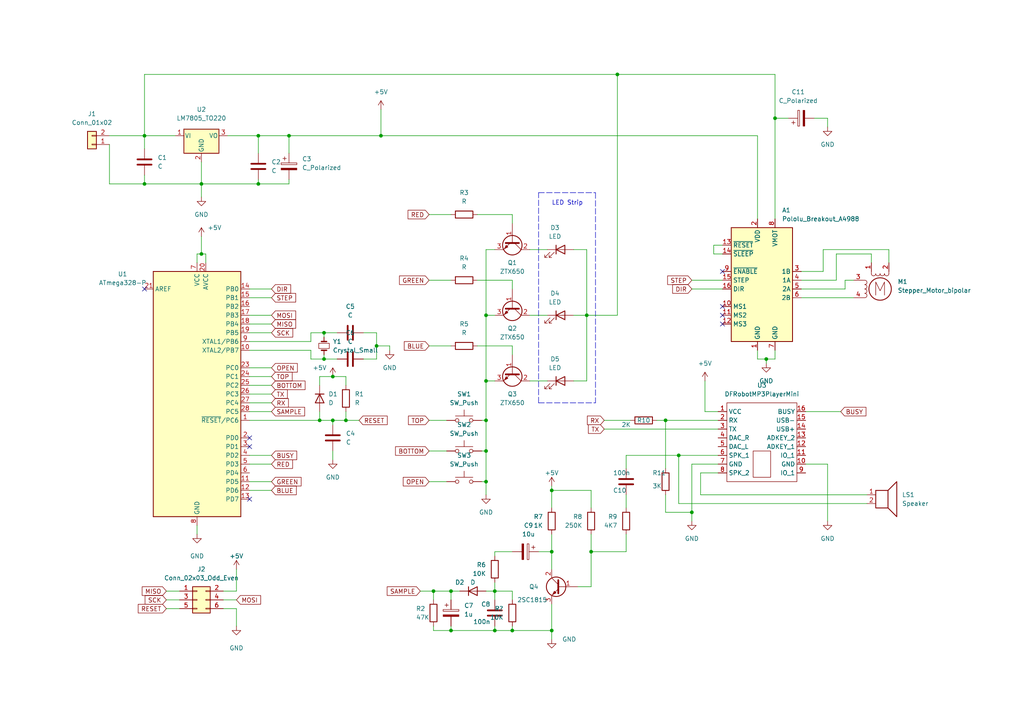
<source format=kicad_sch>
(kicad_sch (version 20211123) (generator eeschema)

  (uuid c46bf055-1598-4a09-b7bf-49fe2212c541)

  (paper "A4")

  (lib_symbols
    (symbol "Connector_Generic:Conn_01x02" (pin_names (offset 1.016) hide) (in_bom yes) (on_board yes)
      (property "Reference" "J" (id 0) (at 0 2.54 0)
        (effects (font (size 1.27 1.27)))
      )
      (property "Value" "Conn_01x02" (id 1) (at 0 -5.08 0)
        (effects (font (size 1.27 1.27)))
      )
      (property "Footprint" "" (id 2) (at 0 0 0)
        (effects (font (size 1.27 1.27)) hide)
      )
      (property "Datasheet" "~" (id 3) (at 0 0 0)
        (effects (font (size 1.27 1.27)) hide)
      )
      (property "ki_keywords" "connector" (id 4) (at 0 0 0)
        (effects (font (size 1.27 1.27)) hide)
      )
      (property "ki_description" "Generic connector, single row, 01x02, script generated (kicad-library-utils/schlib/autogen/connector/)" (id 5) (at 0 0 0)
        (effects (font (size 1.27 1.27)) hide)
      )
      (property "ki_fp_filters" "Connector*:*_1x??_*" (id 6) (at 0 0 0)
        (effects (font (size 1.27 1.27)) hide)
      )
      (symbol "Conn_01x02_1_1"
        (rectangle (start -1.27 -2.413) (end 0 -2.667)
          (stroke (width 0.1524) (type default) (color 0 0 0 0))
          (fill (type none))
        )
        (rectangle (start -1.27 0.127) (end 0 -0.127)
          (stroke (width 0.1524) (type default) (color 0 0 0 0))
          (fill (type none))
        )
        (rectangle (start -1.27 1.27) (end 1.27 -3.81)
          (stroke (width 0.254) (type default) (color 0 0 0 0))
          (fill (type background))
        )
        (pin passive line (at -5.08 0 0) (length 3.81)
          (name "Pin_1" (effects (font (size 1.27 1.27))))
          (number "1" (effects (font (size 1.27 1.27))))
        )
        (pin passive line (at -5.08 -2.54 0) (length 3.81)
          (name "Pin_2" (effects (font (size 1.27 1.27))))
          (number "2" (effects (font (size 1.27 1.27))))
        )
      )
    )
    (symbol "Connector_Generic:Conn_02x03_Odd_Even" (pin_names (offset 1.016) hide) (in_bom yes) (on_board yes)
      (property "Reference" "J" (id 0) (at 1.27 5.08 0)
        (effects (font (size 1.27 1.27)))
      )
      (property "Value" "Conn_02x03_Odd_Even" (id 1) (at 1.27 -5.08 0)
        (effects (font (size 1.27 1.27)))
      )
      (property "Footprint" "" (id 2) (at 0 0 0)
        (effects (font (size 1.27 1.27)) hide)
      )
      (property "Datasheet" "~" (id 3) (at 0 0 0)
        (effects (font (size 1.27 1.27)) hide)
      )
      (property "ki_keywords" "connector" (id 4) (at 0 0 0)
        (effects (font (size 1.27 1.27)) hide)
      )
      (property "ki_description" "Generic connector, double row, 02x03, odd/even pin numbering scheme (row 1 odd numbers, row 2 even numbers), script generated (kicad-library-utils/schlib/autogen/connector/)" (id 5) (at 0 0 0)
        (effects (font (size 1.27 1.27)) hide)
      )
      (property "ki_fp_filters" "Connector*:*_2x??_*" (id 6) (at 0 0 0)
        (effects (font (size 1.27 1.27)) hide)
      )
      (symbol "Conn_02x03_Odd_Even_1_1"
        (rectangle (start -1.27 -2.413) (end 0 -2.667)
          (stroke (width 0.1524) (type default) (color 0 0 0 0))
          (fill (type none))
        )
        (rectangle (start -1.27 0.127) (end 0 -0.127)
          (stroke (width 0.1524) (type default) (color 0 0 0 0))
          (fill (type none))
        )
        (rectangle (start -1.27 2.667) (end 0 2.413)
          (stroke (width 0.1524) (type default) (color 0 0 0 0))
          (fill (type none))
        )
        (rectangle (start -1.27 3.81) (end 3.81 -3.81)
          (stroke (width 0.254) (type default) (color 0 0 0 0))
          (fill (type background))
        )
        (rectangle (start 3.81 -2.413) (end 2.54 -2.667)
          (stroke (width 0.1524) (type default) (color 0 0 0 0))
          (fill (type none))
        )
        (rectangle (start 3.81 0.127) (end 2.54 -0.127)
          (stroke (width 0.1524) (type default) (color 0 0 0 0))
          (fill (type none))
        )
        (rectangle (start 3.81 2.667) (end 2.54 2.413)
          (stroke (width 0.1524) (type default) (color 0 0 0 0))
          (fill (type none))
        )
        (pin passive line (at -5.08 2.54 0) (length 3.81)
          (name "Pin_1" (effects (font (size 1.27 1.27))))
          (number "1" (effects (font (size 1.27 1.27))))
        )
        (pin passive line (at 7.62 2.54 180) (length 3.81)
          (name "Pin_2" (effects (font (size 1.27 1.27))))
          (number "2" (effects (font (size 1.27 1.27))))
        )
        (pin passive line (at -5.08 0 0) (length 3.81)
          (name "Pin_3" (effects (font (size 1.27 1.27))))
          (number "3" (effects (font (size 1.27 1.27))))
        )
        (pin passive line (at 7.62 0 180) (length 3.81)
          (name "Pin_4" (effects (font (size 1.27 1.27))))
          (number "4" (effects (font (size 1.27 1.27))))
        )
        (pin passive line (at -5.08 -2.54 0) (length 3.81)
          (name "Pin_5" (effects (font (size 1.27 1.27))))
          (number "5" (effects (font (size 1.27 1.27))))
        )
        (pin passive line (at 7.62 -2.54 180) (length 3.81)
          (name "Pin_6" (effects (font (size 1.27 1.27))))
          (number "6" (effects (font (size 1.27 1.27))))
        )
      )
    )
    (symbol "Device:C" (pin_numbers hide) (pin_names (offset 0.254)) (in_bom yes) (on_board yes)
      (property "Reference" "C" (id 0) (at 0.635 2.54 0)
        (effects (font (size 1.27 1.27)) (justify left))
      )
      (property "Value" "C" (id 1) (at 0.635 -2.54 0)
        (effects (font (size 1.27 1.27)) (justify left))
      )
      (property "Footprint" "" (id 2) (at 0.9652 -3.81 0)
        (effects (font (size 1.27 1.27)) hide)
      )
      (property "Datasheet" "~" (id 3) (at 0 0 0)
        (effects (font (size 1.27 1.27)) hide)
      )
      (property "ki_keywords" "cap capacitor" (id 4) (at 0 0 0)
        (effects (font (size 1.27 1.27)) hide)
      )
      (property "ki_description" "Unpolarized capacitor" (id 5) (at 0 0 0)
        (effects (font (size 1.27 1.27)) hide)
      )
      (property "ki_fp_filters" "C_*" (id 6) (at 0 0 0)
        (effects (font (size 1.27 1.27)) hide)
      )
      (symbol "C_0_1"
        (polyline
          (pts
            (xy -2.032 -0.762)
            (xy 2.032 -0.762)
          )
          (stroke (width 0.508) (type default) (color 0 0 0 0))
          (fill (type none))
        )
        (polyline
          (pts
            (xy -2.032 0.762)
            (xy 2.032 0.762)
          )
          (stroke (width 0.508) (type default) (color 0 0 0 0))
          (fill (type none))
        )
      )
      (symbol "C_1_1"
        (pin passive line (at 0 3.81 270) (length 2.794)
          (name "~" (effects (font (size 1.27 1.27))))
          (number "1" (effects (font (size 1.27 1.27))))
        )
        (pin passive line (at 0 -3.81 90) (length 2.794)
          (name "~" (effects (font (size 1.27 1.27))))
          (number "2" (effects (font (size 1.27 1.27))))
        )
      )
    )
    (symbol "Device:C_Polarized" (pin_numbers hide) (pin_names (offset 0.254)) (in_bom yes) (on_board yes)
      (property "Reference" "C" (id 0) (at 0.635 2.54 0)
        (effects (font (size 1.27 1.27)) (justify left))
      )
      (property "Value" "C_Polarized" (id 1) (at 0.635 -2.54 0)
        (effects (font (size 1.27 1.27)) (justify left))
      )
      (property "Footprint" "" (id 2) (at 0.9652 -3.81 0)
        (effects (font (size 1.27 1.27)) hide)
      )
      (property "Datasheet" "~" (id 3) (at 0 0 0)
        (effects (font (size 1.27 1.27)) hide)
      )
      (property "ki_keywords" "cap capacitor" (id 4) (at 0 0 0)
        (effects (font (size 1.27 1.27)) hide)
      )
      (property "ki_description" "Polarized capacitor" (id 5) (at 0 0 0)
        (effects (font (size 1.27 1.27)) hide)
      )
      (property "ki_fp_filters" "CP_*" (id 6) (at 0 0 0)
        (effects (font (size 1.27 1.27)) hide)
      )
      (symbol "C_Polarized_0_1"
        (rectangle (start -2.286 0.508) (end 2.286 1.016)
          (stroke (width 0) (type default) (color 0 0 0 0))
          (fill (type none))
        )
        (polyline
          (pts
            (xy -1.778 2.286)
            (xy -0.762 2.286)
          )
          (stroke (width 0) (type default) (color 0 0 0 0))
          (fill (type none))
        )
        (polyline
          (pts
            (xy -1.27 2.794)
            (xy -1.27 1.778)
          )
          (stroke (width 0) (type default) (color 0 0 0 0))
          (fill (type none))
        )
        (rectangle (start 2.286 -0.508) (end -2.286 -1.016)
          (stroke (width 0) (type default) (color 0 0 0 0))
          (fill (type outline))
        )
      )
      (symbol "C_Polarized_1_1"
        (pin passive line (at 0 3.81 270) (length 2.794)
          (name "~" (effects (font (size 1.27 1.27))))
          (number "1" (effects (font (size 1.27 1.27))))
        )
        (pin passive line (at 0 -3.81 90) (length 2.794)
          (name "~" (effects (font (size 1.27 1.27))))
          (number "2" (effects (font (size 1.27 1.27))))
        )
      )
    )
    (symbol "Device:Crystal_Small" (pin_numbers hide) (pin_names (offset 1.016) hide) (in_bom yes) (on_board yes)
      (property "Reference" "Y" (id 0) (at 0 2.54 0)
        (effects (font (size 1.27 1.27)))
      )
      (property "Value" "Crystal_Small" (id 1) (at 0 -2.54 0)
        (effects (font (size 1.27 1.27)))
      )
      (property "Footprint" "" (id 2) (at 0 0 0)
        (effects (font (size 1.27 1.27)) hide)
      )
      (property "Datasheet" "~" (id 3) (at 0 0 0)
        (effects (font (size 1.27 1.27)) hide)
      )
      (property "ki_keywords" "quartz ceramic resonator oscillator" (id 4) (at 0 0 0)
        (effects (font (size 1.27 1.27)) hide)
      )
      (property "ki_description" "Two pin crystal, small symbol" (id 5) (at 0 0 0)
        (effects (font (size 1.27 1.27)) hide)
      )
      (property "ki_fp_filters" "Crystal*" (id 6) (at 0 0 0)
        (effects (font (size 1.27 1.27)) hide)
      )
      (symbol "Crystal_Small_0_1"
        (rectangle (start -0.762 -1.524) (end 0.762 1.524)
          (stroke (width 0) (type default) (color 0 0 0 0))
          (fill (type none))
        )
        (polyline
          (pts
            (xy -1.27 -0.762)
            (xy -1.27 0.762)
          )
          (stroke (width 0.381) (type default) (color 0 0 0 0))
          (fill (type none))
        )
        (polyline
          (pts
            (xy 1.27 -0.762)
            (xy 1.27 0.762)
          )
          (stroke (width 0.381) (type default) (color 0 0 0 0))
          (fill (type none))
        )
      )
      (symbol "Crystal_Small_1_1"
        (pin passive line (at -2.54 0 0) (length 1.27)
          (name "1" (effects (font (size 1.27 1.27))))
          (number "1" (effects (font (size 1.27 1.27))))
        )
        (pin passive line (at 2.54 0 180) (length 1.27)
          (name "2" (effects (font (size 1.27 1.27))))
          (number "2" (effects (font (size 1.27 1.27))))
        )
      )
    )
    (symbol "Device:D" (pin_numbers hide) (pin_names (offset 1.016) hide) (in_bom yes) (on_board yes)
      (property "Reference" "D" (id 0) (at 0 2.54 0)
        (effects (font (size 1.27 1.27)))
      )
      (property "Value" "D" (id 1) (at 0 -2.54 0)
        (effects (font (size 1.27 1.27)))
      )
      (property "Footprint" "" (id 2) (at 0 0 0)
        (effects (font (size 1.27 1.27)) hide)
      )
      (property "Datasheet" "~" (id 3) (at 0 0 0)
        (effects (font (size 1.27 1.27)) hide)
      )
      (property "ki_keywords" "diode" (id 4) (at 0 0 0)
        (effects (font (size 1.27 1.27)) hide)
      )
      (property "ki_description" "Diode" (id 5) (at 0 0 0)
        (effects (font (size 1.27 1.27)) hide)
      )
      (property "ki_fp_filters" "TO-???* *_Diode_* *SingleDiode* D_*" (id 6) (at 0 0 0)
        (effects (font (size 1.27 1.27)) hide)
      )
      (symbol "D_0_1"
        (polyline
          (pts
            (xy -1.27 1.27)
            (xy -1.27 -1.27)
          )
          (stroke (width 0.254) (type default) (color 0 0 0 0))
          (fill (type none))
        )
        (polyline
          (pts
            (xy 1.27 0)
            (xy -1.27 0)
          )
          (stroke (width 0) (type default) (color 0 0 0 0))
          (fill (type none))
        )
        (polyline
          (pts
            (xy 1.27 1.27)
            (xy 1.27 -1.27)
            (xy -1.27 0)
            (xy 1.27 1.27)
          )
          (stroke (width 0.254) (type default) (color 0 0 0 0))
          (fill (type none))
        )
      )
      (symbol "D_1_1"
        (pin passive line (at -3.81 0 0) (length 2.54)
          (name "K" (effects (font (size 1.27 1.27))))
          (number "1" (effects (font (size 1.27 1.27))))
        )
        (pin passive line (at 3.81 0 180) (length 2.54)
          (name "A" (effects (font (size 1.27 1.27))))
          (number "2" (effects (font (size 1.27 1.27))))
        )
      )
    )
    (symbol "Device:LED" (pin_numbers hide) (pin_names (offset 1.016) hide) (in_bom yes) (on_board yes)
      (property "Reference" "D" (id 0) (at 0 2.54 0)
        (effects (font (size 1.27 1.27)))
      )
      (property "Value" "LED" (id 1) (at 0 -2.54 0)
        (effects (font (size 1.27 1.27)))
      )
      (property "Footprint" "" (id 2) (at 0 0 0)
        (effects (font (size 1.27 1.27)) hide)
      )
      (property "Datasheet" "~" (id 3) (at 0 0 0)
        (effects (font (size 1.27 1.27)) hide)
      )
      (property "ki_keywords" "LED diode" (id 4) (at 0 0 0)
        (effects (font (size 1.27 1.27)) hide)
      )
      (property "ki_description" "Light emitting diode" (id 5) (at 0 0 0)
        (effects (font (size 1.27 1.27)) hide)
      )
      (property "ki_fp_filters" "LED* LED_SMD:* LED_THT:*" (id 6) (at 0 0 0)
        (effects (font (size 1.27 1.27)) hide)
      )
      (symbol "LED_0_1"
        (polyline
          (pts
            (xy -1.27 -1.27)
            (xy -1.27 1.27)
          )
          (stroke (width 0.254) (type default) (color 0 0 0 0))
          (fill (type none))
        )
        (polyline
          (pts
            (xy -1.27 0)
            (xy 1.27 0)
          )
          (stroke (width 0) (type default) (color 0 0 0 0))
          (fill (type none))
        )
        (polyline
          (pts
            (xy 1.27 -1.27)
            (xy 1.27 1.27)
            (xy -1.27 0)
            (xy 1.27 -1.27)
          )
          (stroke (width 0.254) (type default) (color 0 0 0 0))
          (fill (type none))
        )
        (polyline
          (pts
            (xy -3.048 -0.762)
            (xy -4.572 -2.286)
            (xy -3.81 -2.286)
            (xy -4.572 -2.286)
            (xy -4.572 -1.524)
          )
          (stroke (width 0) (type default) (color 0 0 0 0))
          (fill (type none))
        )
        (polyline
          (pts
            (xy -1.778 -0.762)
            (xy -3.302 -2.286)
            (xy -2.54 -2.286)
            (xy -3.302 -2.286)
            (xy -3.302 -1.524)
          )
          (stroke (width 0) (type default) (color 0 0 0 0))
          (fill (type none))
        )
      )
      (symbol "LED_1_1"
        (pin passive line (at -3.81 0 0) (length 2.54)
          (name "K" (effects (font (size 1.27 1.27))))
          (number "1" (effects (font (size 1.27 1.27))))
        )
        (pin passive line (at 3.81 0 180) (length 2.54)
          (name "A" (effects (font (size 1.27 1.27))))
          (number "2" (effects (font (size 1.27 1.27))))
        )
      )
    )
    (symbol "Device:Q_NPN_BCE" (pin_names (offset 0) hide) (in_bom yes) (on_board yes)
      (property "Reference" "Q" (id 0) (at 5.08 1.27 0)
        (effects (font (size 1.27 1.27)) (justify left))
      )
      (property "Value" "Q_NPN_BCE" (id 1) (at 5.08 -1.27 0)
        (effects (font (size 1.27 1.27)) (justify left))
      )
      (property "Footprint" "" (id 2) (at 5.08 2.54 0)
        (effects (font (size 1.27 1.27)) hide)
      )
      (property "Datasheet" "~" (id 3) (at 0 0 0)
        (effects (font (size 1.27 1.27)) hide)
      )
      (property "ki_keywords" "transistor NPN" (id 4) (at 0 0 0)
        (effects (font (size 1.27 1.27)) hide)
      )
      (property "ki_description" "NPN transistor, base/collector/emitter" (id 5) (at 0 0 0)
        (effects (font (size 1.27 1.27)) hide)
      )
      (symbol "Q_NPN_BCE_0_1"
        (polyline
          (pts
            (xy 0.635 0.635)
            (xy 2.54 2.54)
          )
          (stroke (width 0) (type default) (color 0 0 0 0))
          (fill (type none))
        )
        (polyline
          (pts
            (xy 0.635 -0.635)
            (xy 2.54 -2.54)
            (xy 2.54 -2.54)
          )
          (stroke (width 0) (type default) (color 0 0 0 0))
          (fill (type none))
        )
        (polyline
          (pts
            (xy 0.635 1.905)
            (xy 0.635 -1.905)
            (xy 0.635 -1.905)
          )
          (stroke (width 0.508) (type default) (color 0 0 0 0))
          (fill (type none))
        )
        (polyline
          (pts
            (xy 1.27 -1.778)
            (xy 1.778 -1.27)
            (xy 2.286 -2.286)
            (xy 1.27 -1.778)
            (xy 1.27 -1.778)
          )
          (stroke (width 0) (type default) (color 0 0 0 0))
          (fill (type outline))
        )
        (circle (center 1.27 0) (radius 2.8194)
          (stroke (width 0.254) (type default) (color 0 0 0 0))
          (fill (type none))
        )
      )
      (symbol "Q_NPN_BCE_1_1"
        (pin input line (at -5.08 0 0) (length 5.715)
          (name "B" (effects (font (size 1.27 1.27))))
          (number "1" (effects (font (size 1.27 1.27))))
        )
        (pin passive line (at 2.54 5.08 270) (length 2.54)
          (name "C" (effects (font (size 1.27 1.27))))
          (number "2" (effects (font (size 1.27 1.27))))
        )
        (pin passive line (at 2.54 -5.08 90) (length 2.54)
          (name "E" (effects (font (size 1.27 1.27))))
          (number "3" (effects (font (size 1.27 1.27))))
        )
      )
    )
    (symbol "Device:R" (pin_numbers hide) (pin_names (offset 0)) (in_bom yes) (on_board yes)
      (property "Reference" "R" (id 0) (at 2.032 0 90)
        (effects (font (size 1.27 1.27)))
      )
      (property "Value" "R" (id 1) (at 0 0 90)
        (effects (font (size 1.27 1.27)))
      )
      (property "Footprint" "" (id 2) (at -1.778 0 90)
        (effects (font (size 1.27 1.27)) hide)
      )
      (property "Datasheet" "~" (id 3) (at 0 0 0)
        (effects (font (size 1.27 1.27)) hide)
      )
      (property "ki_keywords" "R res resistor" (id 4) (at 0 0 0)
        (effects (font (size 1.27 1.27)) hide)
      )
      (property "ki_description" "Resistor" (id 5) (at 0 0 0)
        (effects (font (size 1.27 1.27)) hide)
      )
      (property "ki_fp_filters" "R_*" (id 6) (at 0 0 0)
        (effects (font (size 1.27 1.27)) hide)
      )
      (symbol "R_0_1"
        (rectangle (start -1.016 -2.54) (end 1.016 2.54)
          (stroke (width 0.254) (type default) (color 0 0 0 0))
          (fill (type none))
        )
      )
      (symbol "R_1_1"
        (pin passive line (at 0 3.81 270) (length 1.27)
          (name "~" (effects (font (size 1.27 1.27))))
          (number "1" (effects (font (size 1.27 1.27))))
        )
        (pin passive line (at 0 -3.81 90) (length 1.27)
          (name "~" (effects (font (size 1.27 1.27))))
          (number "2" (effects (font (size 1.27 1.27))))
        )
      )
    )
    (symbol "Device:Speaker" (pin_names (offset 0) hide) (in_bom yes) (on_board yes)
      (property "Reference" "LS" (id 0) (at 1.27 5.715 0)
        (effects (font (size 1.27 1.27)) (justify right))
      )
      (property "Value" "Speaker" (id 1) (at 1.27 3.81 0)
        (effects (font (size 1.27 1.27)) (justify right))
      )
      (property "Footprint" "" (id 2) (at 0 -5.08 0)
        (effects (font (size 1.27 1.27)) hide)
      )
      (property "Datasheet" "~" (id 3) (at -0.254 -1.27 0)
        (effects (font (size 1.27 1.27)) hide)
      )
      (property "ki_keywords" "speaker sound" (id 4) (at 0 0 0)
        (effects (font (size 1.27 1.27)) hide)
      )
      (property "ki_description" "Speaker" (id 5) (at 0 0 0)
        (effects (font (size 1.27 1.27)) hide)
      )
      (symbol "Speaker_0_0"
        (rectangle (start -2.54 1.27) (end 1.016 -3.81)
          (stroke (width 0.254) (type default) (color 0 0 0 0))
          (fill (type none))
        )
        (polyline
          (pts
            (xy 1.016 1.27)
            (xy 3.556 3.81)
            (xy 3.556 -6.35)
            (xy 1.016 -3.81)
          )
          (stroke (width 0.254) (type default) (color 0 0 0 0))
          (fill (type none))
        )
      )
      (symbol "Speaker_1_1"
        (pin input line (at -5.08 0 0) (length 2.54)
          (name "1" (effects (font (size 1.27 1.27))))
          (number "1" (effects (font (size 1.27 1.27))))
        )
        (pin input line (at -5.08 -2.54 0) (length 2.54)
          (name "2" (effects (font (size 1.27 1.27))))
          (number "2" (effects (font (size 1.27 1.27))))
        )
      )
    )
    (symbol "Driver_Motor:Pololu_Breakout_A4988" (in_bom yes) (on_board yes)
      (property "Reference" "A" (id 0) (at -2.54 19.05 0)
        (effects (font (size 1.27 1.27)) (justify right))
      )
      (property "Value" "Pololu_Breakout_A4988" (id 1) (at -2.54 16.51 0)
        (effects (font (size 1.27 1.27)) (justify right))
      )
      (property "Footprint" "Module:Pololu_Breakout-16_15.2x20.3mm" (id 2) (at 6.985 -19.05 0)
        (effects (font (size 1.27 1.27)) (justify left) hide)
      )
      (property "Datasheet" "https://www.pololu.com/product/2980/pictures" (id 3) (at 2.54 -7.62 0)
        (effects (font (size 1.27 1.27)) hide)
      )
      (property "ki_keywords" "Pololu Breakout Board Stepper Driver A4988" (id 4) (at 0 0 0)
        (effects (font (size 1.27 1.27)) hide)
      )
      (property "ki_description" "Pololu Breakout Board, Stepper Driver A4988" (id 5) (at 0 0 0)
        (effects (font (size 1.27 1.27)) hide)
      )
      (property "ki_fp_filters" "Pololu*Breakout*15.2x20.3mm*" (id 6) (at 0 0 0)
        (effects (font (size 1.27 1.27)) hide)
      )
      (symbol "Pololu_Breakout_A4988_0_1"
        (rectangle (start 10.16 -17.78) (end -7.62 15.24)
          (stroke (width 0.254) (type default) (color 0 0 0 0))
          (fill (type background))
        )
      )
      (symbol "Pololu_Breakout_A4988_1_1"
        (pin power_in line (at 0 -20.32 90) (length 2.54)
          (name "GND" (effects (font (size 1.27 1.27))))
          (number "1" (effects (font (size 1.27 1.27))))
        )
        (pin input line (at -10.16 -7.62 0) (length 2.54)
          (name "MS1" (effects (font (size 1.27 1.27))))
          (number "10" (effects (font (size 1.27 1.27))))
        )
        (pin input line (at -10.16 -10.16 0) (length 2.54)
          (name "MS2" (effects (font (size 1.27 1.27))))
          (number "11" (effects (font (size 1.27 1.27))))
        )
        (pin input line (at -10.16 -12.7 0) (length 2.54)
          (name "MS3" (effects (font (size 1.27 1.27))))
          (number "12" (effects (font (size 1.27 1.27))))
        )
        (pin input line (at -10.16 10.16 0) (length 2.54)
          (name "~{RESET}" (effects (font (size 1.27 1.27))))
          (number "13" (effects (font (size 1.27 1.27))))
        )
        (pin input line (at -10.16 7.62 0) (length 2.54)
          (name "~{SLEEP}" (effects (font (size 1.27 1.27))))
          (number "14" (effects (font (size 1.27 1.27))))
        )
        (pin input line (at -10.16 0 0) (length 2.54)
          (name "STEP" (effects (font (size 1.27 1.27))))
          (number "15" (effects (font (size 1.27 1.27))))
        )
        (pin input line (at -10.16 -2.54 0) (length 2.54)
          (name "DIR" (effects (font (size 1.27 1.27))))
          (number "16" (effects (font (size 1.27 1.27))))
        )
        (pin power_in line (at 0 17.78 270) (length 2.54)
          (name "VDD" (effects (font (size 1.27 1.27))))
          (number "2" (effects (font (size 1.27 1.27))))
        )
        (pin output line (at 12.7 2.54 180) (length 2.54)
          (name "1B" (effects (font (size 1.27 1.27))))
          (number "3" (effects (font (size 1.27 1.27))))
        )
        (pin output line (at 12.7 0 180) (length 2.54)
          (name "1A" (effects (font (size 1.27 1.27))))
          (number "4" (effects (font (size 1.27 1.27))))
        )
        (pin output line (at 12.7 -2.54 180) (length 2.54)
          (name "2A" (effects (font (size 1.27 1.27))))
          (number "5" (effects (font (size 1.27 1.27))))
        )
        (pin output line (at 12.7 -5.08 180) (length 2.54)
          (name "2B" (effects (font (size 1.27 1.27))))
          (number "6" (effects (font (size 1.27 1.27))))
        )
        (pin power_in line (at 5.08 -20.32 90) (length 2.54)
          (name "GND" (effects (font (size 1.27 1.27))))
          (number "7" (effects (font (size 1.27 1.27))))
        )
        (pin power_in line (at 5.08 17.78 270) (length 2.54)
          (name "VMOT" (effects (font (size 1.27 1.27))))
          (number "8" (effects (font (size 1.27 1.27))))
        )
        (pin input line (at -10.16 2.54 0) (length 2.54)
          (name "~{ENABLE}" (effects (font (size 1.27 1.27))))
          (number "9" (effects (font (size 1.27 1.27))))
        )
      )
    )
    (symbol "MCU_Microchip_ATmega:ATmega328-P" (in_bom yes) (on_board yes)
      (property "Reference" "U" (id 0) (at -12.7 36.83 0)
        (effects (font (size 1.27 1.27)) (justify left bottom))
      )
      (property "Value" "ATmega328-P" (id 1) (at 2.54 -36.83 0)
        (effects (font (size 1.27 1.27)) (justify left top))
      )
      (property "Footprint" "Package_DIP:DIP-28_W7.62mm" (id 2) (at 0 0 0)
        (effects (font (size 1.27 1.27) italic) hide)
      )
      (property "Datasheet" "http://ww1.microchip.com/downloads/en/DeviceDoc/ATmega328_P%20AVR%20MCU%20with%20picoPower%20Technology%20Data%20Sheet%2040001984A.pdf" (id 3) (at 0 0 0)
        (effects (font (size 1.27 1.27)) hide)
      )
      (property "ki_keywords" "AVR 8bit Microcontroller MegaAVR" (id 4) (at 0 0 0)
        (effects (font (size 1.27 1.27)) hide)
      )
      (property "ki_description" "20MHz, 32kB Flash, 2kB SRAM, 1kB EEPROM, DIP-28" (id 5) (at 0 0 0)
        (effects (font (size 1.27 1.27)) hide)
      )
      (property "ki_fp_filters" "DIP*W7.62mm*" (id 6) (at 0 0 0)
        (effects (font (size 1.27 1.27)) hide)
      )
      (symbol "ATmega328-P_0_1"
        (rectangle (start -12.7 -35.56) (end 12.7 35.56)
          (stroke (width 0.254) (type default) (color 0 0 0 0))
          (fill (type background))
        )
      )
      (symbol "ATmega328-P_1_1"
        (pin bidirectional line (at 15.24 -7.62 180) (length 2.54)
          (name "~{RESET}/PC6" (effects (font (size 1.27 1.27))))
          (number "1" (effects (font (size 1.27 1.27))))
        )
        (pin bidirectional line (at 15.24 12.7 180) (length 2.54)
          (name "XTAL2/PB7" (effects (font (size 1.27 1.27))))
          (number "10" (effects (font (size 1.27 1.27))))
        )
        (pin bidirectional line (at 15.24 -25.4 180) (length 2.54)
          (name "PD5" (effects (font (size 1.27 1.27))))
          (number "11" (effects (font (size 1.27 1.27))))
        )
        (pin bidirectional line (at 15.24 -27.94 180) (length 2.54)
          (name "PD6" (effects (font (size 1.27 1.27))))
          (number "12" (effects (font (size 1.27 1.27))))
        )
        (pin bidirectional line (at 15.24 -30.48 180) (length 2.54)
          (name "PD7" (effects (font (size 1.27 1.27))))
          (number "13" (effects (font (size 1.27 1.27))))
        )
        (pin bidirectional line (at 15.24 30.48 180) (length 2.54)
          (name "PB0" (effects (font (size 1.27 1.27))))
          (number "14" (effects (font (size 1.27 1.27))))
        )
        (pin bidirectional line (at 15.24 27.94 180) (length 2.54)
          (name "PB1" (effects (font (size 1.27 1.27))))
          (number "15" (effects (font (size 1.27 1.27))))
        )
        (pin bidirectional line (at 15.24 25.4 180) (length 2.54)
          (name "PB2" (effects (font (size 1.27 1.27))))
          (number "16" (effects (font (size 1.27 1.27))))
        )
        (pin bidirectional line (at 15.24 22.86 180) (length 2.54)
          (name "PB3" (effects (font (size 1.27 1.27))))
          (number "17" (effects (font (size 1.27 1.27))))
        )
        (pin bidirectional line (at 15.24 20.32 180) (length 2.54)
          (name "PB4" (effects (font (size 1.27 1.27))))
          (number "18" (effects (font (size 1.27 1.27))))
        )
        (pin bidirectional line (at 15.24 17.78 180) (length 2.54)
          (name "PB5" (effects (font (size 1.27 1.27))))
          (number "19" (effects (font (size 1.27 1.27))))
        )
        (pin bidirectional line (at 15.24 -12.7 180) (length 2.54)
          (name "PD0" (effects (font (size 1.27 1.27))))
          (number "2" (effects (font (size 1.27 1.27))))
        )
        (pin power_in line (at 2.54 38.1 270) (length 2.54)
          (name "AVCC" (effects (font (size 1.27 1.27))))
          (number "20" (effects (font (size 1.27 1.27))))
        )
        (pin passive line (at -15.24 30.48 0) (length 2.54)
          (name "AREF" (effects (font (size 1.27 1.27))))
          (number "21" (effects (font (size 1.27 1.27))))
        )
        (pin passive line (at 0 -38.1 90) (length 2.54) hide
          (name "GND" (effects (font (size 1.27 1.27))))
          (number "22" (effects (font (size 1.27 1.27))))
        )
        (pin bidirectional line (at 15.24 7.62 180) (length 2.54)
          (name "PC0" (effects (font (size 1.27 1.27))))
          (number "23" (effects (font (size 1.27 1.27))))
        )
        (pin bidirectional line (at 15.24 5.08 180) (length 2.54)
          (name "PC1" (effects (font (size 1.27 1.27))))
          (number "24" (effects (font (size 1.27 1.27))))
        )
        (pin bidirectional line (at 15.24 2.54 180) (length 2.54)
          (name "PC2" (effects (font (size 1.27 1.27))))
          (number "25" (effects (font (size 1.27 1.27))))
        )
        (pin bidirectional line (at 15.24 0 180) (length 2.54)
          (name "PC3" (effects (font (size 1.27 1.27))))
          (number "26" (effects (font (size 1.27 1.27))))
        )
        (pin bidirectional line (at 15.24 -2.54 180) (length 2.54)
          (name "PC4" (effects (font (size 1.27 1.27))))
          (number "27" (effects (font (size 1.27 1.27))))
        )
        (pin bidirectional line (at 15.24 -5.08 180) (length 2.54)
          (name "PC5" (effects (font (size 1.27 1.27))))
          (number "28" (effects (font (size 1.27 1.27))))
        )
        (pin bidirectional line (at 15.24 -15.24 180) (length 2.54)
          (name "PD1" (effects (font (size 1.27 1.27))))
          (number "3" (effects (font (size 1.27 1.27))))
        )
        (pin bidirectional line (at 15.24 -17.78 180) (length 2.54)
          (name "PD2" (effects (font (size 1.27 1.27))))
          (number "4" (effects (font (size 1.27 1.27))))
        )
        (pin bidirectional line (at 15.24 -20.32 180) (length 2.54)
          (name "PD3" (effects (font (size 1.27 1.27))))
          (number "5" (effects (font (size 1.27 1.27))))
        )
        (pin bidirectional line (at 15.24 -22.86 180) (length 2.54)
          (name "PD4" (effects (font (size 1.27 1.27))))
          (number "6" (effects (font (size 1.27 1.27))))
        )
        (pin power_in line (at 0 38.1 270) (length 2.54)
          (name "VCC" (effects (font (size 1.27 1.27))))
          (number "7" (effects (font (size 1.27 1.27))))
        )
        (pin power_in line (at 0 -38.1 90) (length 2.54)
          (name "GND" (effects (font (size 1.27 1.27))))
          (number "8" (effects (font (size 1.27 1.27))))
        )
        (pin bidirectional line (at 15.24 15.24 180) (length 2.54)
          (name "XTAL1/PB6" (effects (font (size 1.27 1.27))))
          (number "9" (effects (font (size 1.27 1.27))))
        )
      )
    )
    (symbol "Motor:Stepper_Motor_bipolar" (pin_names (offset 0) hide) (in_bom yes) (on_board yes)
      (property "Reference" "M" (id 0) (at 3.81 2.54 0)
        (effects (font (size 1.27 1.27)) (justify left))
      )
      (property "Value" "Stepper_Motor_bipolar" (id 1) (at 3.81 1.27 0)
        (effects (font (size 1.27 1.27)) (justify left top))
      )
      (property "Footprint" "" (id 2) (at 0.254 -0.254 0)
        (effects (font (size 1.27 1.27)) hide)
      )
      (property "Datasheet" "http://www.infineon.com/dgdl/Application-Note-TLE8110EE_driving_UniPolarStepperMotor_V1.1.pdf?fileId=db3a30431be39b97011be5d0aa0a00b0" (id 3) (at 0.254 -0.254 0)
        (effects (font (size 1.27 1.27)) hide)
      )
      (property "ki_keywords" "bipolar stepper motor" (id 4) (at 0 0 0)
        (effects (font (size 1.27 1.27)) hide)
      )
      (property "ki_description" "4-wire bipolar stepper motor" (id 5) (at 0 0 0)
        (effects (font (size 1.27 1.27)) hide)
      )
      (property "ki_fp_filters" "PinHeader*P2.54mm*Vertical* TerminalBlock* Motor*" (id 6) (at 0 0 0)
        (effects (font (size 1.27 1.27)) hide)
      )
      (symbol "Stepper_Motor_bipolar_0_0"
        (polyline
          (pts
            (xy -1.27 -1.778)
            (xy -1.27 2.032)
            (xy 0 -0.508)
            (xy 1.27 2.032)
            (xy 1.27 -1.778)
          )
          (stroke (width 0) (type default) (color 0 0 0 0))
          (fill (type none))
        )
      )
      (symbol "Stepper_Motor_bipolar_0_1"
        (arc (start -4.445 -2.54) (mid -3.81 -1.905) (end -4.445 -1.27)
          (stroke (width 0) (type default) (color 0 0 0 0))
          (fill (type none))
        )
        (arc (start -4.445 -1.27) (mid -3.81 -0.635) (end -4.445 0)
          (stroke (width 0) (type default) (color 0 0 0 0))
          (fill (type none))
        )
        (arc (start -4.445 0) (mid -3.81 0.635) (end -4.445 1.27)
          (stroke (width 0) (type default) (color 0 0 0 0))
          (fill (type none))
        )
        (arc (start -4.445 1.27) (mid -3.81 1.905) (end -4.445 2.54)
          (stroke (width 0) (type default) (color 0 0 0 0))
          (fill (type none))
        )
        (arc (start -2.54 4.445) (mid -1.905 3.81) (end -1.27 4.445)
          (stroke (width 0) (type default) (color 0 0 0 0))
          (fill (type none))
        )
        (arc (start -1.27 4.445) (mid -0.635 3.81) (end 0 4.445)
          (stroke (width 0) (type default) (color 0 0 0 0))
          (fill (type none))
        )
        (polyline
          (pts
            (xy -5.08 -2.54)
            (xy -4.445 -2.54)
          )
          (stroke (width 0) (type default) (color 0 0 0 0))
          (fill (type none))
        )
        (polyline
          (pts
            (xy -5.08 2.54)
            (xy -4.445 2.54)
          )
          (stroke (width 0) (type default) (color 0 0 0 0))
          (fill (type none))
        )
        (polyline
          (pts
            (xy -2.54 5.08)
            (xy -2.54 4.445)
          )
          (stroke (width 0) (type default) (color 0 0 0 0))
          (fill (type none))
        )
        (polyline
          (pts
            (xy 2.54 5.08)
            (xy 2.54 4.445)
          )
          (stroke (width 0) (type default) (color 0 0 0 0))
          (fill (type none))
        )
        (circle (center 0 0) (radius 3.2512)
          (stroke (width 0.254) (type default) (color 0 0 0 0))
          (fill (type none))
        )
        (arc (start 0 4.445) (mid 0.635 3.81) (end 1.27 4.445)
          (stroke (width 0) (type default) (color 0 0 0 0))
          (fill (type none))
        )
        (arc (start 1.27 4.445) (mid 1.905 3.81) (end 2.54 4.445)
          (stroke (width 0) (type default) (color 0 0 0 0))
          (fill (type none))
        )
      )
      (symbol "Stepper_Motor_bipolar_1_1"
        (pin passive line (at -2.54 7.62 270) (length 2.54)
          (name "~" (effects (font (size 1.27 1.27))))
          (number "1" (effects (font (size 1.27 1.27))))
        )
        (pin passive line (at 2.54 7.62 270) (length 2.54)
          (name "-" (effects (font (size 1.27 1.27))))
          (number "2" (effects (font (size 1.27 1.27))))
        )
        (pin passive line (at -7.62 2.54 0) (length 2.54)
          (name "~" (effects (font (size 1.27 1.27))))
          (number "3" (effects (font (size 1.27 1.27))))
        )
        (pin passive line (at -7.62 -2.54 0) (length 2.54)
          (name "~" (effects (font (size 1.27 1.27))))
          (number "4" (effects (font (size 1.27 1.27))))
        )
      )
    )
    (symbol "Regulator_Linear:LM7805_TO220" (pin_names (offset 0.254)) (in_bom yes) (on_board yes)
      (property "Reference" "U" (id 0) (at -3.81 3.175 0)
        (effects (font (size 1.27 1.27)))
      )
      (property "Value" "LM7805_TO220" (id 1) (at 0 3.175 0)
        (effects (font (size 1.27 1.27)) (justify left))
      )
      (property "Footprint" "Package_TO_SOT_THT:TO-220-3_Vertical" (id 2) (at 0 5.715 0)
        (effects (font (size 1.27 1.27) italic) hide)
      )
      (property "Datasheet" "https://www.onsemi.cn/PowerSolutions/document/MC7800-D.PDF" (id 3) (at 0 -1.27 0)
        (effects (font (size 1.27 1.27)) hide)
      )
      (property "ki_keywords" "Voltage Regulator 1A Positive" (id 4) (at 0 0 0)
        (effects (font (size 1.27 1.27)) hide)
      )
      (property "ki_description" "Positive 1A 35V Linear Regulator, Fixed Output 5V, TO-220" (id 5) (at 0 0 0)
        (effects (font (size 1.27 1.27)) hide)
      )
      (property "ki_fp_filters" "TO?220*" (id 6) (at 0 0 0)
        (effects (font (size 1.27 1.27)) hide)
      )
      (symbol "LM7805_TO220_0_1"
        (rectangle (start -5.08 1.905) (end 5.08 -5.08)
          (stroke (width 0.254) (type default) (color 0 0 0 0))
          (fill (type background))
        )
      )
      (symbol "LM7805_TO220_1_1"
        (pin power_in line (at -7.62 0 0) (length 2.54)
          (name "VI" (effects (font (size 1.27 1.27))))
          (number "1" (effects (font (size 1.27 1.27))))
        )
        (pin power_in line (at 0 -7.62 90) (length 2.54)
          (name "GND" (effects (font (size 1.27 1.27))))
          (number "2" (effects (font (size 1.27 1.27))))
        )
        (pin power_out line (at 7.62 0 180) (length 2.54)
          (name "VO" (effects (font (size 1.27 1.27))))
          (number "3" (effects (font (size 1.27 1.27))))
        )
      )
    )
    (symbol "Switch:SW_Push" (pin_numbers hide) (pin_names (offset 1.016) hide) (in_bom yes) (on_board yes)
      (property "Reference" "SW" (id 0) (at 1.27 2.54 0)
        (effects (font (size 1.27 1.27)) (justify left))
      )
      (property "Value" "SW_Push" (id 1) (at 0 -1.524 0)
        (effects (font (size 1.27 1.27)))
      )
      (property "Footprint" "" (id 2) (at 0 5.08 0)
        (effects (font (size 1.27 1.27)) hide)
      )
      (property "Datasheet" "~" (id 3) (at 0 5.08 0)
        (effects (font (size 1.27 1.27)) hide)
      )
      (property "ki_keywords" "switch normally-open pushbutton push-button" (id 4) (at 0 0 0)
        (effects (font (size 1.27 1.27)) hide)
      )
      (property "ki_description" "Push button switch, generic, two pins" (id 5) (at 0 0 0)
        (effects (font (size 1.27 1.27)) hide)
      )
      (symbol "SW_Push_0_1"
        (circle (center -2.032 0) (radius 0.508)
          (stroke (width 0) (type default) (color 0 0 0 0))
          (fill (type none))
        )
        (polyline
          (pts
            (xy 0 1.27)
            (xy 0 3.048)
          )
          (stroke (width 0) (type default) (color 0 0 0 0))
          (fill (type none))
        )
        (polyline
          (pts
            (xy 2.54 1.27)
            (xy -2.54 1.27)
          )
          (stroke (width 0) (type default) (color 0 0 0 0))
          (fill (type none))
        )
        (circle (center 2.032 0) (radius 0.508)
          (stroke (width 0) (type default) (color 0 0 0 0))
          (fill (type none))
        )
        (pin passive line (at -5.08 0 0) (length 2.54)
          (name "1" (effects (font (size 1.27 1.27))))
          (number "1" (effects (font (size 1.27 1.27))))
        )
        (pin passive line (at 5.08 0 180) (length 2.54)
          (name "2" (effects (font (size 1.27 1.27))))
          (number "2" (effects (font (size 1.27 1.27))))
        )
      )
    )
    (symbol "UKMaker:DFRobotMP3PlayerMini" (in_bom yes) (on_board yes)
      (property "Reference" "U" (id 0) (at 0 0 0)
        (effects (font (size 1.27 1.27)))
      )
      (property "Value" "DFRobotMP3PlayerMini" (id 1) (at 0 12.7 0)
        (effects (font (size 1.27 1.27)))
      )
      (property "Footprint" "" (id 2) (at 0 0 0)
        (effects (font (size 1.27 1.27)) hide)
      )
      (property "Datasheet" "" (id 3) (at 0 0 0)
        (effects (font (size 1.27 1.27)) hide)
      )
      (symbol "DFRobotMP3PlayerMini_0_1"
        (rectangle (start -10.16 11.43) (end 10.16 -11.43)
          (stroke (width 0) (type default) (color 0 0 0 0))
          (fill (type none))
        )
        (rectangle (start -2.54 -10.16) (end 2.54 -2.54)
          (stroke (width 0) (type default) (color 0 0 0 0))
          (fill (type none))
        )
      )
      (symbol "DFRobotMP3PlayerMini_1_1"
        (pin power_in line (at -12.7 8.89 0) (length 2.54)
          (name "VCC" (effects (font (size 1.27 1.27))))
          (number "1" (effects (font (size 1.27 1.27))))
        )
        (pin power_in line (at 12.7 -6.35 180) (length 2.54)
          (name "GND" (effects (font (size 1.27 1.27))))
          (number "10" (effects (font (size 1.27 1.27))))
        )
        (pin bidirectional line (at 12.7 -3.81 180) (length 2.54)
          (name "IO_1" (effects (font (size 1.27 1.27))))
          (number "11" (effects (font (size 1.27 1.27))))
        )
        (pin input line (at 12.7 -1.27 180) (length 2.54)
          (name "ADKEY_1" (effects (font (size 1.27 1.27))))
          (number "12" (effects (font (size 1.27 1.27))))
        )
        (pin input line (at 12.7 1.27 180) (length 2.54)
          (name "ADKEY_2" (effects (font (size 1.27 1.27))))
          (number "13" (effects (font (size 1.27 1.27))))
        )
        (pin bidirectional line (at 12.7 3.81 180) (length 2.54)
          (name "USB+" (effects (font (size 1.27 1.27))))
          (number "14" (effects (font (size 1.27 1.27))))
        )
        (pin bidirectional line (at 12.7 6.35 180) (length 2.54)
          (name "USB-" (effects (font (size 1.27 1.27))))
          (number "15" (effects (font (size 1.27 1.27))))
        )
        (pin output line (at 12.7 8.89 180) (length 2.54)
          (name "BUSY" (effects (font (size 1.27 1.27))))
          (number "16" (effects (font (size 1.27 1.27))))
        )
        (pin input line (at -12.7 6.35 0) (length 2.54)
          (name "RX" (effects (font (size 1.27 1.27))))
          (number "2" (effects (font (size 1.27 1.27))))
        )
        (pin output line (at -12.7 3.81 0) (length 2.54)
          (name "TX" (effects (font (size 1.27 1.27))))
          (number "3" (effects (font (size 1.27 1.27))))
        )
        (pin output line (at -12.7 1.27 0) (length 2.54)
          (name "DAC_R" (effects (font (size 1.27 1.27))))
          (number "4" (effects (font (size 1.27 1.27))))
        )
        (pin output line (at -12.7 -1.27 0) (length 2.54)
          (name "DAC_L" (effects (font (size 1.27 1.27))))
          (number "5" (effects (font (size 1.27 1.27))))
        )
        (pin output line (at -12.7 -3.81 0) (length 2.54)
          (name "SPK_1" (effects (font (size 1.27 1.27))))
          (number "6" (effects (font (size 1.27 1.27))))
        )
        (pin power_in line (at -12.7 -6.35 0) (length 2.54)
          (name "GND" (effects (font (size 1.27 1.27))))
          (number "7" (effects (font (size 1.27 1.27))))
        )
        (pin output line (at -12.7 -8.89 0) (length 2.54)
          (name "SPK_2" (effects (font (size 1.27 1.27))))
          (number "8" (effects (font (size 1.27 1.27))))
        )
        (pin bidirectional line (at 12.7 -8.89 180) (length 2.54)
          (name "IO_1" (effects (font (size 1.27 1.27))))
          (number "9" (effects (font (size 1.27 1.27))))
        )
      )
    )
    (symbol "power:+5V" (power) (pin_names (offset 0)) (in_bom yes) (on_board yes)
      (property "Reference" "#PWR" (id 0) (at 0 -3.81 0)
        (effects (font (size 1.27 1.27)) hide)
      )
      (property "Value" "+5V" (id 1) (at 0 3.556 0)
        (effects (font (size 1.27 1.27)))
      )
      (property "Footprint" "" (id 2) (at 0 0 0)
        (effects (font (size 1.27 1.27)) hide)
      )
      (property "Datasheet" "" (id 3) (at 0 0 0)
        (effects (font (size 1.27 1.27)) hide)
      )
      (property "ki_keywords" "power-flag" (id 4) (at 0 0 0)
        (effects (font (size 1.27 1.27)) hide)
      )
      (property "ki_description" "Power symbol creates a global label with name \"+5V\"" (id 5) (at 0 0 0)
        (effects (font (size 1.27 1.27)) hide)
      )
      (symbol "+5V_0_1"
        (polyline
          (pts
            (xy -0.762 1.27)
            (xy 0 2.54)
          )
          (stroke (width 0) (type default) (color 0 0 0 0))
          (fill (type none))
        )
        (polyline
          (pts
            (xy 0 0)
            (xy 0 2.54)
          )
          (stroke (width 0) (type default) (color 0 0 0 0))
          (fill (type none))
        )
        (polyline
          (pts
            (xy 0 2.54)
            (xy 0.762 1.27)
          )
          (stroke (width 0) (type default) (color 0 0 0 0))
          (fill (type none))
        )
      )
      (symbol "+5V_1_1"
        (pin power_in line (at 0 0 90) (length 0) hide
          (name "+5V" (effects (font (size 1.27 1.27))))
          (number "1" (effects (font (size 1.27 1.27))))
        )
      )
    )
    (symbol "power:GND" (power) (pin_names (offset 0)) (in_bom yes) (on_board yes)
      (property "Reference" "#PWR" (id 0) (at 0 -6.35 0)
        (effects (font (size 1.27 1.27)) hide)
      )
      (property "Value" "GND" (id 1) (at 0 -3.81 0)
        (effects (font (size 1.27 1.27)))
      )
      (property "Footprint" "" (id 2) (at 0 0 0)
        (effects (font (size 1.27 1.27)) hide)
      )
      (property "Datasheet" "" (id 3) (at 0 0 0)
        (effects (font (size 1.27 1.27)) hide)
      )
      (property "ki_keywords" "power-flag" (id 4) (at 0 0 0)
        (effects (font (size 1.27 1.27)) hide)
      )
      (property "ki_description" "Power symbol creates a global label with name \"GND\" , ground" (id 5) (at 0 0 0)
        (effects (font (size 1.27 1.27)) hide)
      )
      (symbol "GND_0_1"
        (polyline
          (pts
            (xy 0 0)
            (xy 0 -1.27)
            (xy 1.27 -1.27)
            (xy 0 -2.54)
            (xy -1.27 -1.27)
            (xy 0 -1.27)
          )
          (stroke (width 0) (type default) (color 0 0 0 0))
          (fill (type none))
        )
      )
      (symbol "GND_1_1"
        (pin power_in line (at 0 0 270) (length 0) hide
          (name "GND" (effects (font (size 1.27 1.27))))
          (number "1" (effects (font (size 1.27 1.27))))
        )
      )
    )
  )

  (junction (at 140.97 110.49) (diameter 0) (color 0 0 0 0)
    (uuid 045c1421-7773-45fa-af85-1944b3576ea0)
  )
  (junction (at 160.02 182.88) (diameter 0) (color 0 0 0 0)
    (uuid 0c78aefa-e73d-4101-8d01-f222ddd2359c)
  )
  (junction (at 179.07 21.59) (diameter 0) (color 0 0 0 0)
    (uuid 1365981b-d9c4-4b8a-96b2-380c44d78c64)
  )
  (junction (at 170.18 91.44) (diameter 0) (color 0 0 0 0)
    (uuid 1391fbfd-e397-4d07-81d2-0877b4f6c2f9)
  )
  (junction (at 143.51 182.88) (diameter 0) (color 0 0 0 0)
    (uuid 15970572-0166-492a-a515-ff8b9a897d3e)
  )
  (junction (at 222.25 104.14) (diameter 0) (color 0 0 0 0)
    (uuid 179aae83-4443-4823-ab8f-a59639276eb9)
  )
  (junction (at 96.52 109.22) (diameter 0) (color 0 0 0 0)
    (uuid 1fc3b977-1b4f-4ec6-8d33-be2567805137)
  )
  (junction (at 130.81 182.88) (diameter 0) (color 0 0 0 0)
    (uuid 2a014228-7824-445c-b14b-dfc8003c7134)
  )
  (junction (at 224.79 34.29) (diameter 0) (color 0 0 0 0)
    (uuid 2b3d241f-6795-466e-931d-f37b30f3be9a)
  )
  (junction (at 140.97 121.92) (diameter 0) (color 0 0 0 0)
    (uuid 2c2a7bf7-1110-46ba-91c1-7da065c3240f)
  )
  (junction (at 140.97 139.7) (diameter 0) (color 0 0 0 0)
    (uuid 2c396b08-1441-4e0f-a1a5-11344719f9e7)
  )
  (junction (at 74.93 53.34) (diameter 0) (color 0 0 0 0)
    (uuid 331a3005-63e3-472c-b81f-09005b4d65d1)
  )
  (junction (at 200.66 148.59) (diameter 0) (color 0 0 0 0)
    (uuid 38d54f1e-ec71-4ff3-b0b9-c910e8ffd9b7)
  )
  (junction (at 83.82 39.37) (diameter 0) (color 0 0 0 0)
    (uuid 39fbd76a-355e-496d-85e8-eb95b17b7273)
  )
  (junction (at 130.81 171.45) (diameter 0) (color 0 0 0 0)
    (uuid 4108bfec-3259-4e82-b8e7-de040e8663c9)
  )
  (junction (at 93.98 104.14) (diameter 0) (color 0 0 0 0)
    (uuid 42be1562-5fcc-46a7-8a08-5bdaa27af3f9)
  )
  (junction (at 92.71 121.92) (diameter 0) (color 0 0 0 0)
    (uuid 4d38b836-058e-4ecd-83a7-69a67586c85e)
  )
  (junction (at 41.91 39.37) (diameter 0) (color 0 0 0 0)
    (uuid 7217ca93-21e6-4612-9e47-39c7e91cb32c)
  )
  (junction (at 193.04 121.92) (diameter 0) (color 0 0 0 0)
    (uuid 72ccce98-636c-43da-b86b-480e8f609e1c)
  )
  (junction (at 140.97 91.44) (diameter 0) (color 0 0 0 0)
    (uuid 7534bb57-c395-4ac9-8193-f17812ff5025)
  )
  (junction (at 96.52 121.92) (diameter 0) (color 0 0 0 0)
    (uuid 835a57a9-d076-4bbe-bb34-a5d7987bf8e2)
  )
  (junction (at 148.59 182.88) (diameter 0) (color 0 0 0 0)
    (uuid 8ea2f254-922f-4df4-b28f-2dbefe3c6a75)
  )
  (junction (at 41.91 53.34) (diameter 0) (color 0 0 0 0)
    (uuid 8eb055f8-4b1a-41d0-ad55-826cf11f359d)
  )
  (junction (at 143.51 171.45) (diameter 0) (color 0 0 0 0)
    (uuid a1819609-d7da-4efb-b14c-922c3af7ed3d)
  )
  (junction (at 196.85 132.08) (diameter 0) (color 0 0 0 0)
    (uuid a2109e21-f843-4b62-abe0-e0b3bad67657)
  )
  (junction (at 140.97 130.81) (diameter 0) (color 0 0 0 0)
    (uuid a7f54fa5-f83b-4140-ba32-2f0219c141a8)
  )
  (junction (at 74.93 39.37) (diameter 0) (color 0 0 0 0)
    (uuid c1ef5b8c-cca2-4540-8063-b855ae57244a)
  )
  (junction (at 58.42 53.34) (diameter 0) (color 0 0 0 0)
    (uuid c70ce981-c747-4eb9-a3d0-a0de16a03269)
  )
  (junction (at 93.98 96.52) (diameter 0) (color 0 0 0 0)
    (uuid c810ea55-619b-4ea8-bf77-77d9ce604d42)
  )
  (junction (at 109.22 100.33) (diameter 0) (color 0 0 0 0)
    (uuid cfcb189b-c4f2-43a4-a910-6ca4b819c579)
  )
  (junction (at 125.73 171.45) (diameter 0) (color 0 0 0 0)
    (uuid dac446f4-64cf-40eb-b620-e888b8726643)
  )
  (junction (at 110.49 39.37) (diameter 0) (color 0 0 0 0)
    (uuid dccd255b-2bc2-4deb-9278-9c8d86345ae6)
  )
  (junction (at 160.02 160.02) (diameter 0) (color 0 0 0 0)
    (uuid e56fe10e-1e03-4f0f-a8e3-3ff823f9062f)
  )
  (junction (at 160.02 142.24) (diameter 0) (color 0 0 0 0)
    (uuid eed53813-9e2d-456b-84fb-ab9da4f0d27f)
  )
  (junction (at 171.45 160.02) (diameter 0) (color 0 0 0 0)
    (uuid f22214ef-0f85-401a-bed8-8a4006bc4d3a)
  )
  (junction (at 100.33 121.92) (diameter 0) (color 0 0 0 0)
    (uuid f711b6fa-cb44-41a2-aa70-fd5e023f14b8)
  )
  (junction (at 58.42 73.66) (diameter 0) (color 0 0 0 0)
    (uuid fe9c7d97-0bb6-4eee-9401-7f929b28561a)
  )

  (no_connect (at 209.55 88.9) (uuid 26781b2d-f953-433c-8d22-bc8dca08d534))
  (no_connect (at 209.55 91.44) (uuid 26781b2d-f953-433c-8d22-bc8dca08d534))
  (no_connect (at 209.55 93.98) (uuid 26781b2d-f953-433c-8d22-bc8dca08d534))
  (no_connect (at 209.55 78.74) (uuid 26781b2d-f953-433c-8d22-bc8dca08d534))
  (no_connect (at 41.91 83.82) (uuid 418d0a84-b9dd-419f-99c2-9166f8a6308f))
  (no_connect (at 72.39 127) (uuid f64dd982-1eb5-46a0-a495-c833366dbf59))
  (no_connect (at 72.39 129.54) (uuid f64dd982-1eb5-46a0-a495-c833366dbf59))
  (no_connect (at 72.39 144.78) (uuid f64dd982-1eb5-46a0-a495-c833366dbf59))

  (wire (pts (xy 193.04 148.59) (xy 200.66 148.59))
    (stroke (width 0) (type default) (color 0 0 0 0))
    (uuid 000e793d-3d6d-4965-8ca2-98b60180fe35)
  )
  (wire (pts (xy 92.71 121.92) (xy 96.52 121.92))
    (stroke (width 0) (type default) (color 0 0 0 0))
    (uuid 0035d8d4-415e-4a45-868a-e0f9b095438b)
  )
  (wire (pts (xy 148.59 173.99) (xy 148.59 171.45))
    (stroke (width 0) (type default) (color 0 0 0 0))
    (uuid 0055521a-3a7c-452c-b6fb-90d0b636aa3b)
  )
  (wire (pts (xy 153.67 91.44) (xy 158.75 91.44))
    (stroke (width 0) (type default) (color 0 0 0 0))
    (uuid 047d58b5-c8e7-416c-87f5-2c22dee32e74)
  )
  (wire (pts (xy 143.51 72.39) (xy 140.97 72.39))
    (stroke (width 0) (type default) (color 0 0 0 0))
    (uuid 055fc352-0377-4cc2-8162-bc712927c6ca)
  )
  (wire (pts (xy 93.98 104.14) (xy 97.79 104.14))
    (stroke (width 0) (type default) (color 0 0 0 0))
    (uuid 05850413-7561-4892-83a2-e7d4333dc33f)
  )
  (wire (pts (xy 153.67 110.49) (xy 158.75 110.49))
    (stroke (width 0) (type default) (color 0 0 0 0))
    (uuid 09a5512e-aac0-4cfb-b26e-1ce4ffeb2dee)
  )
  (polyline (pts (xy 172.72 55.88) (xy 172.72 116.84))
    (stroke (width 0) (type default) (color 0 0 0 0))
    (uuid 0a037071-3ce7-40e8-af1f-710617905692)
  )

  (wire (pts (xy 72.39 116.84) (xy 78.74 116.84))
    (stroke (width 0) (type default) (color 0 0 0 0))
    (uuid 0c685f51-970f-4cab-8454-b4b3939d7bc2)
  )
  (polyline (pts (xy 156.21 116.84) (xy 172.72 116.84))
    (stroke (width 0) (type default) (color 0 0 0 0))
    (uuid 10ac5f51-f803-4568-bfe0-f09b52973fb6)
  )

  (wire (pts (xy 181.61 132.08) (xy 196.85 132.08))
    (stroke (width 0) (type default) (color 0 0 0 0))
    (uuid 113b0adf-70e0-4619-8f9a-bb1b2111d10b)
  )
  (wire (pts (xy 124.46 100.33) (xy 130.81 100.33))
    (stroke (width 0) (type default) (color 0 0 0 0))
    (uuid 116cb472-a667-4c65-b6b8-b5f19c3b77e5)
  )
  (wire (pts (xy 236.22 34.29) (xy 240.03 34.29))
    (stroke (width 0) (type default) (color 0 0 0 0))
    (uuid 11b76ddb-b49b-4f93-84c7-126b12891445)
  )
  (wire (pts (xy 72.39 121.92) (xy 92.71 121.92))
    (stroke (width 0) (type default) (color 0 0 0 0))
    (uuid 1297d570-d17e-44ba-85a0-f720dd9c720b)
  )
  (wire (pts (xy 245.11 81.28) (xy 247.65 81.28))
    (stroke (width 0) (type default) (color 0 0 0 0))
    (uuid 137d695f-3929-4edc-8cb4-f255da33ee56)
  )
  (wire (pts (xy 68.58 165.1) (xy 68.58 171.45))
    (stroke (width 0) (type default) (color 0 0 0 0))
    (uuid 148c7ba7-a495-420d-9997-de1233620bd9)
  )
  (wire (pts (xy 148.59 181.61) (xy 148.59 182.88))
    (stroke (width 0) (type default) (color 0 0 0 0))
    (uuid 162f77b6-6b52-48e9-9135-403f334cfdc5)
  )
  (wire (pts (xy 109.22 96.52) (xy 109.22 100.33))
    (stroke (width 0) (type default) (color 0 0 0 0))
    (uuid 175d2986-ad05-4f03-ba9c-c30a64c407ac)
  )
  (wire (pts (xy 143.51 182.88) (xy 148.59 182.88))
    (stroke (width 0) (type default) (color 0 0 0 0))
    (uuid 18b1256e-5569-4126-8b31-b6f088aa816e)
  )
  (wire (pts (xy 170.18 72.39) (xy 166.37 72.39))
    (stroke (width 0) (type default) (color 0 0 0 0))
    (uuid 18c6b23a-a858-45fa-a85d-62d33da430ad)
  )
  (wire (pts (xy 83.82 39.37) (xy 83.82 44.45))
    (stroke (width 0) (type default) (color 0 0 0 0))
    (uuid 1e64357e-b0b3-4d77-b271-a26fa1dbc303)
  )
  (wire (pts (xy 240.03 34.29) (xy 240.03 36.83))
    (stroke (width 0) (type default) (color 0 0 0 0))
    (uuid 1ecf170a-9211-47ca-ba4b-d0bddb73c23d)
  )
  (wire (pts (xy 90.17 99.06) (xy 90.17 96.52))
    (stroke (width 0) (type default) (color 0 0 0 0))
    (uuid 2014243e-6870-47e1-9384-76f56bb281b4)
  )
  (wire (pts (xy 175.26 121.92) (xy 182.88 121.92))
    (stroke (width 0) (type default) (color 0 0 0 0))
    (uuid 20464806-c6d8-42ca-ba5a-e5df1d56c5fa)
  )
  (wire (pts (xy 41.91 21.59) (xy 179.07 21.59))
    (stroke (width 0) (type default) (color 0 0 0 0))
    (uuid 212f4161-09ec-4695-9c3a-8a38bb795fc4)
  )
  (wire (pts (xy 72.39 91.44) (xy 78.74 91.44))
    (stroke (width 0) (type default) (color 0 0 0 0))
    (uuid 215c8830-3b34-4fab-a56e-4c84e330a7e6)
  )
  (wire (pts (xy 83.82 52.07) (xy 83.82 53.34))
    (stroke (width 0) (type default) (color 0 0 0 0))
    (uuid 23aecd44-3dc8-4b62-8a96-0eaf06d16e8a)
  )
  (wire (pts (xy 203.2 143.51) (xy 251.46 143.51))
    (stroke (width 0) (type default) (color 0 0 0 0))
    (uuid 241e7272-30e1-445b-b872-2486afb01c50)
  )
  (wire (pts (xy 124.46 139.7) (xy 129.54 139.7))
    (stroke (width 0) (type default) (color 0 0 0 0))
    (uuid 24fd762e-dc9a-4804-9b76-803b1290fc7e)
  )
  (wire (pts (xy 242.57 81.28) (xy 242.57 73.66))
    (stroke (width 0) (type default) (color 0 0 0 0))
    (uuid 250e08d2-acb8-4e82-ab4b-428a68488336)
  )
  (wire (pts (xy 133.35 171.45) (xy 130.81 171.45))
    (stroke (width 0) (type default) (color 0 0 0 0))
    (uuid 2592fe96-bdaf-4d82-825b-a38d77a76054)
  )
  (wire (pts (xy 96.52 121.92) (xy 100.33 121.92))
    (stroke (width 0) (type default) (color 0 0 0 0))
    (uuid 2abd34d6-ef7f-4b71-9136-ad110e4f48a3)
  )
  (wire (pts (xy 140.97 130.81) (xy 140.97 139.7))
    (stroke (width 0) (type default) (color 0 0 0 0))
    (uuid 2d36c17b-44f7-4455-b523-2045489f9922)
  )
  (wire (pts (xy 160.02 160.02) (xy 160.02 165.1))
    (stroke (width 0) (type default) (color 0 0 0 0))
    (uuid 2df84f4b-f2a9-47e9-8253-059cfebdbbb2)
  )
  (wire (pts (xy 171.45 142.24) (xy 160.02 142.24))
    (stroke (width 0) (type default) (color 0 0 0 0))
    (uuid 2e6c0dce-6763-40c6-838a-bfe81588b46f)
  )
  (wire (pts (xy 72.39 142.24) (xy 78.74 142.24))
    (stroke (width 0) (type default) (color 0 0 0 0))
    (uuid 2ec80b45-3bee-4245-9706-dca88cbdd947)
  )
  (wire (pts (xy 208.28 132.08) (xy 196.85 132.08))
    (stroke (width 0) (type default) (color 0 0 0 0))
    (uuid 3074de15-9323-45c0-93ae-082b456e0fd7)
  )
  (wire (pts (xy 57.15 76.2) (xy 57.15 73.66))
    (stroke (width 0) (type default) (color 0 0 0 0))
    (uuid 33df0660-3267-4e1d-b6e2-c1398a8d3755)
  )
  (wire (pts (xy 175.26 124.46) (xy 208.28 124.46))
    (stroke (width 0) (type default) (color 0 0 0 0))
    (uuid 349a3f95-2393-4adf-91c9-598ae15f4c77)
  )
  (wire (pts (xy 59.69 73.66) (xy 59.69 76.2))
    (stroke (width 0) (type default) (color 0 0 0 0))
    (uuid 34f42edd-fdd7-489a-8d38-da1860b2f865)
  )
  (wire (pts (xy 31.75 39.37) (xy 41.91 39.37))
    (stroke (width 0) (type default) (color 0 0 0 0))
    (uuid 3531af9d-0c46-4b02-bb50-d8988f908aec)
  )
  (wire (pts (xy 130.81 181.61) (xy 130.81 182.88))
    (stroke (width 0) (type default) (color 0 0 0 0))
    (uuid 3760c1fe-7a42-4f20-a03a-dedebdcb4d3b)
  )
  (wire (pts (xy 31.75 53.34) (xy 41.91 53.34))
    (stroke (width 0) (type default) (color 0 0 0 0))
    (uuid 38097349-5f39-4677-a4f7-b5fb004fe0b8)
  )
  (wire (pts (xy 139.7 121.92) (xy 140.97 121.92))
    (stroke (width 0) (type default) (color 0 0 0 0))
    (uuid 3b62f675-45a6-430c-a93f-79f3dc478563)
  )
  (wire (pts (xy 48.26 176.53) (xy 52.07 176.53))
    (stroke (width 0) (type default) (color 0 0 0 0))
    (uuid 3bfa9cd8-502a-4ccb-bc01-19e503104262)
  )
  (wire (pts (xy 160.02 175.26) (xy 160.02 182.88))
    (stroke (width 0) (type default) (color 0 0 0 0))
    (uuid 3cb68b65-2f99-480c-828d-3c4d45a2bd14)
  )
  (wire (pts (xy 48.26 171.45) (xy 52.07 171.45))
    (stroke (width 0) (type default) (color 0 0 0 0))
    (uuid 3d8c5abe-b8ae-4d9d-a6b3-c5d8f7a024a2)
  )
  (wire (pts (xy 72.39 86.36) (xy 78.74 86.36))
    (stroke (width 0) (type default) (color 0 0 0 0))
    (uuid 40410547-e262-4ac4-9803-ea41861c62b2)
  )
  (wire (pts (xy 193.04 143.51) (xy 193.04 148.59))
    (stroke (width 0) (type default) (color 0 0 0 0))
    (uuid 40554926-ecc8-49b8-bbf0-912ec6a69f2b)
  )
  (wire (pts (xy 100.33 111.76) (xy 100.33 109.22))
    (stroke (width 0) (type default) (color 0 0 0 0))
    (uuid 41be7c83-e984-4fe3-ad33-07cdaf3ba5ab)
  )
  (wire (pts (xy 139.7 130.81) (xy 140.97 130.81))
    (stroke (width 0) (type default) (color 0 0 0 0))
    (uuid 43e315af-a4df-4124-8d52-6f627b4be5c8)
  )
  (wire (pts (xy 143.51 160.02) (xy 148.59 160.02))
    (stroke (width 0) (type default) (color 0 0 0 0))
    (uuid 44556504-2678-4926-9dd8-999f651b1778)
  )
  (wire (pts (xy 138.43 81.28) (xy 148.59 81.28))
    (stroke (width 0) (type default) (color 0 0 0 0))
    (uuid 4556d91f-3fca-48b4-a292-4a01be5c1be8)
  )
  (wire (pts (xy 74.93 39.37) (xy 74.93 44.45))
    (stroke (width 0) (type default) (color 0 0 0 0))
    (uuid 4752c5af-6e78-4bb7-8f54-4a82bd8e1f81)
  )
  (wire (pts (xy 100.33 119.38) (xy 100.33 121.92))
    (stroke (width 0) (type default) (color 0 0 0 0))
    (uuid 483cff46-a06a-48dd-b537-4dabcdc2bf4e)
  )
  (wire (pts (xy 140.97 121.92) (xy 140.97 130.81))
    (stroke (width 0) (type default) (color 0 0 0 0))
    (uuid 4ac84c6c-7521-426e-bdda-ad89b042714f)
  )
  (wire (pts (xy 143.51 171.45) (xy 143.51 173.99))
    (stroke (width 0) (type default) (color 0 0 0 0))
    (uuid 4c604209-2af6-47d7-ad1c-e4432f67152a)
  )
  (wire (pts (xy 72.39 132.08) (xy 78.74 132.08))
    (stroke (width 0) (type default) (color 0 0 0 0))
    (uuid 4dac5d5c-a780-4db2-af8c-ffeaa0c36bf3)
  )
  (wire (pts (xy 179.07 21.59) (xy 224.79 21.59))
    (stroke (width 0) (type default) (color 0 0 0 0))
    (uuid 4e5f13e5-a943-49a3-a162-bed6259dc70f)
  )
  (wire (pts (xy 242.57 73.66) (xy 252.73 73.66))
    (stroke (width 0) (type default) (color 0 0 0 0))
    (uuid 4f574917-4f2b-4cbe-9e69-6ea1dcd07377)
  )
  (wire (pts (xy 181.61 135.89) (xy 181.61 132.08))
    (stroke (width 0) (type default) (color 0 0 0 0))
    (uuid 4fb3a3fc-cf1c-4845-a68d-ba9e7e157ca3)
  )
  (wire (pts (xy 92.71 119.38) (xy 92.71 121.92))
    (stroke (width 0) (type default) (color 0 0 0 0))
    (uuid 513ae57a-5652-47fe-8b59-e5fdf9cd59b7)
  )
  (wire (pts (xy 238.76 78.74) (xy 238.76 72.39))
    (stroke (width 0) (type default) (color 0 0 0 0))
    (uuid 51ec76e6-a17f-41df-aa79-16494470ada8)
  )
  (wire (pts (xy 138.43 100.33) (xy 148.59 100.33))
    (stroke (width 0) (type default) (color 0 0 0 0))
    (uuid 53622ff9-c92d-4591-8df3-23100453ccbf)
  )
  (wire (pts (xy 224.79 21.59) (xy 224.79 34.29))
    (stroke (width 0) (type default) (color 0 0 0 0))
    (uuid 5393fe92-65d8-4b6a-a608-f1add2272501)
  )
  (wire (pts (xy 100.33 121.92) (xy 104.14 121.92))
    (stroke (width 0) (type default) (color 0 0 0 0))
    (uuid 5606bda9-b2eb-466f-9f73-d7a5fe3762de)
  )
  (wire (pts (xy 196.85 132.08) (xy 196.85 146.05))
    (stroke (width 0) (type default) (color 0 0 0 0))
    (uuid 5639752c-5d89-44b1-901a-a7897c86e513)
  )
  (wire (pts (xy 209.55 71.12) (xy 207.01 71.12))
    (stroke (width 0) (type default) (color 0 0 0 0))
    (uuid 5797bfab-c1dd-48d3-9722-aa31e6cdaea0)
  )
  (wire (pts (xy 190.5 121.92) (xy 193.04 121.92))
    (stroke (width 0) (type default) (color 0 0 0 0))
    (uuid 57a7a42a-5be1-4c7b-8e31-e39be4f03336)
  )
  (wire (pts (xy 143.51 182.88) (xy 130.81 182.88))
    (stroke (width 0) (type default) (color 0 0 0 0))
    (uuid 5bc176a5-f99a-44ed-829d-ad2eb3c77365)
  )
  (wire (pts (xy 170.18 91.44) (xy 170.18 72.39))
    (stroke (width 0) (type default) (color 0 0 0 0))
    (uuid 5e273d73-6bcc-40fa-b734-64a69cc21285)
  )
  (wire (pts (xy 143.51 168.91) (xy 143.51 171.45))
    (stroke (width 0) (type default) (color 0 0 0 0))
    (uuid 5e74be8a-92c0-49a2-8265-598bfad0cddc)
  )
  (wire (pts (xy 171.45 170.18) (xy 171.45 160.02))
    (stroke (width 0) (type default) (color 0 0 0 0))
    (uuid 5eca15aa-ae1c-4c78-9116-bd406ec0f0cd)
  )
  (wire (pts (xy 113.03 100.33) (xy 113.03 101.6))
    (stroke (width 0) (type default) (color 0 0 0 0))
    (uuid 607f56a8-5726-4c13-b7bf-4380e51505c1)
  )
  (wire (pts (xy 219.71 39.37) (xy 219.71 63.5))
    (stroke (width 0) (type default) (color 0 0 0 0))
    (uuid 6169f12c-5065-4d0b-90d9-c2e47bb2de9f)
  )
  (wire (pts (xy 72.39 111.76) (xy 78.74 111.76))
    (stroke (width 0) (type default) (color 0 0 0 0))
    (uuid 634ee0e1-0b22-48d1-ae7f-44924e8b4add)
  )
  (wire (pts (xy 48.26 173.99) (xy 52.07 173.99))
    (stroke (width 0) (type default) (color 0 0 0 0))
    (uuid 640501d2-d2b6-42a4-8ba4-8aae6b8270d7)
  )
  (wire (pts (xy 240.03 134.62) (xy 240.03 151.13))
    (stroke (width 0) (type default) (color 0 0 0 0))
    (uuid 6424979e-b674-4b7a-a6e2-03dc7e345dc6)
  )
  (wire (pts (xy 238.76 72.39) (xy 257.81 72.39))
    (stroke (width 0) (type default) (color 0 0 0 0))
    (uuid 6554a775-c83c-42a3-9868-4a99d88ea8f3)
  )
  (polyline (pts (xy 156.21 55.88) (xy 172.72 55.88))
    (stroke (width 0) (type default) (color 0 0 0 0))
    (uuid 65585518-44e8-4db9-bea0-15cb223f2484)
  )

  (wire (pts (xy 64.77 173.99) (xy 68.58 173.99))
    (stroke (width 0) (type default) (color 0 0 0 0))
    (uuid 67dd474d-27b6-439e-8021-48f47a4a84c1)
  )
  (wire (pts (xy 179.07 21.59) (xy 179.07 91.44))
    (stroke (width 0) (type default) (color 0 0 0 0))
    (uuid 680eba51-161b-4b33-a9b6-81cdb1c88977)
  )
  (wire (pts (xy 58.42 46.99) (xy 58.42 53.34))
    (stroke (width 0) (type default) (color 0 0 0 0))
    (uuid 68cac26b-77ca-4770-b5d6-537c28ca45b1)
  )
  (wire (pts (xy 100.33 109.22) (xy 96.52 109.22))
    (stroke (width 0) (type default) (color 0 0 0 0))
    (uuid 69efa8c0-9d88-4061-adcd-3f99c7ae3abd)
  )
  (wire (pts (xy 124.46 81.28) (xy 130.81 81.28))
    (stroke (width 0) (type default) (color 0 0 0 0))
    (uuid 6a0320c5-a88f-421a-9a4f-e9955d70b9d5)
  )
  (wire (pts (xy 125.73 171.45) (xy 121.92 171.45))
    (stroke (width 0) (type default) (color 0 0 0 0))
    (uuid 6cd14a60-b954-4623-a707-f394d28e5b17)
  )
  (wire (pts (xy 208.28 137.16) (xy 203.2 137.16))
    (stroke (width 0) (type default) (color 0 0 0 0))
    (uuid 6d82e7f4-2fcd-46c8-bd20-901ad0833708)
  )
  (wire (pts (xy 110.49 31.75) (xy 110.49 39.37))
    (stroke (width 0) (type default) (color 0 0 0 0))
    (uuid 6ddc19f7-fd43-43af-917e-bf7c81a2c751)
  )
  (wire (pts (xy 72.39 83.82) (xy 78.74 83.82))
    (stroke (width 0) (type default) (color 0 0 0 0))
    (uuid 6dff376c-f16f-438d-95fa-32767033692e)
  )
  (wire (pts (xy 109.22 104.14) (xy 105.41 104.14))
    (stroke (width 0) (type default) (color 0 0 0 0))
    (uuid 6e157b87-a63b-4f37-a9bf-030c2cb02e65)
  )
  (wire (pts (xy 90.17 101.6) (xy 90.17 104.14))
    (stroke (width 0) (type default) (color 0 0 0 0))
    (uuid 6f0a1cd6-0617-4dd9-84b8-a7a91011b380)
  )
  (wire (pts (xy 224.79 34.29) (xy 224.79 63.5))
    (stroke (width 0) (type default) (color 0 0 0 0))
    (uuid 6f791df5-f1c1-404a-a72d-af4fdc5683b4)
  )
  (wire (pts (xy 233.68 119.38) (xy 243.84 119.38))
    (stroke (width 0) (type default) (color 0 0 0 0))
    (uuid 716d2ab6-3068-407a-b862-76072e9bbd49)
  )
  (wire (pts (xy 200.66 134.62) (xy 200.66 148.59))
    (stroke (width 0) (type default) (color 0 0 0 0))
    (uuid 71b93e43-b346-4600-92f4-67ad779c3eef)
  )
  (wire (pts (xy 196.85 146.05) (xy 251.46 146.05))
    (stroke (width 0) (type default) (color 0 0 0 0))
    (uuid 7348cde0-21d2-4a0f-915c-a15759df919e)
  )
  (wire (pts (xy 72.39 99.06) (xy 90.17 99.06))
    (stroke (width 0) (type default) (color 0 0 0 0))
    (uuid 73fec1a9-5633-451c-a9a6-d31098bf6e87)
  )
  (wire (pts (xy 222.25 104.14) (xy 222.25 105.41))
    (stroke (width 0) (type default) (color 0 0 0 0))
    (uuid 75ad07cf-5d1d-4019-a29c-b19ef1972159)
  )
  (wire (pts (xy 233.68 134.62) (xy 240.03 134.62))
    (stroke (width 0) (type default) (color 0 0 0 0))
    (uuid 7761c83c-8b59-4d61-9629-695556eb717a)
  )
  (wire (pts (xy 140.97 110.49) (xy 140.97 121.92))
    (stroke (width 0) (type default) (color 0 0 0 0))
    (uuid 794af8cf-5634-424d-9feb-cfbe5cd80b10)
  )
  (wire (pts (xy 41.91 39.37) (xy 41.91 21.59))
    (stroke (width 0) (type default) (color 0 0 0 0))
    (uuid 7adfe719-3f2f-499a-a09c-0344cc683063)
  )
  (wire (pts (xy 93.98 102.87) (xy 93.98 104.14))
    (stroke (width 0) (type default) (color 0 0 0 0))
    (uuid 7b934137-2cb7-45fe-8b69-717d63c59bf0)
  )
  (wire (pts (xy 109.22 100.33) (xy 109.22 104.14))
    (stroke (width 0) (type default) (color 0 0 0 0))
    (uuid 7d586cf7-6a59-414e-bf1a-c89fa1936847)
  )
  (wire (pts (xy 90.17 104.14) (xy 93.98 104.14))
    (stroke (width 0) (type default) (color 0 0 0 0))
    (uuid 7d8d6883-c24b-4062-a29d-da4495dc3479)
  )
  (wire (pts (xy 207.01 73.66) (xy 209.55 73.66))
    (stroke (width 0) (type default) (color 0 0 0 0))
    (uuid 7f347b2c-4cb0-4fa0-afea-3380a1a46f32)
  )
  (wire (pts (xy 74.93 39.37) (xy 83.82 39.37))
    (stroke (width 0) (type default) (color 0 0 0 0))
    (uuid 81d96fa6-4b13-4e95-950d-0796a0baa04f)
  )
  (wire (pts (xy 130.81 182.88) (xy 125.73 182.88))
    (stroke (width 0) (type default) (color 0 0 0 0))
    (uuid 8507ebc6-4f18-4d86-9d11-b2d8b9f7be08)
  )
  (wire (pts (xy 58.42 73.66) (xy 59.69 73.66))
    (stroke (width 0) (type default) (color 0 0 0 0))
    (uuid 85172f36-888b-40a2-aebf-19bc4bb35751)
  )
  (wire (pts (xy 167.64 170.18) (xy 171.45 170.18))
    (stroke (width 0) (type default) (color 0 0 0 0))
    (uuid 856095ad-eb36-42a7-8469-48f36aeaf26a)
  )
  (wire (pts (xy 58.42 53.34) (xy 74.93 53.34))
    (stroke (width 0) (type default) (color 0 0 0 0))
    (uuid 87a33317-f4ed-4139-a0b2-a3dc535c5f64)
  )
  (wire (pts (xy 74.93 53.34) (xy 83.82 53.34))
    (stroke (width 0) (type default) (color 0 0 0 0))
    (uuid 8af3d286-ccc5-459f-bef1-c91941f428b7)
  )
  (wire (pts (xy 257.81 72.39) (xy 257.81 76.2))
    (stroke (width 0) (type default) (color 0 0 0 0))
    (uuid 8b8c85bc-ac64-482c-9d77-c788e87438a9)
  )
  (wire (pts (xy 200.66 81.28) (xy 209.55 81.28))
    (stroke (width 0) (type default) (color 0 0 0 0))
    (uuid 8b94ce8d-1b21-4afb-b21c-56ae2f05902a)
  )
  (wire (pts (xy 31.75 41.91) (xy 31.75 53.34))
    (stroke (width 0) (type default) (color 0 0 0 0))
    (uuid 8bd4ce1e-3e38-4996-85df-9dafe29656a7)
  )
  (wire (pts (xy 74.93 52.07) (xy 74.93 53.34))
    (stroke (width 0) (type default) (color 0 0 0 0))
    (uuid 8cb6c9f5-6467-4a0f-9565-ae7b92f623aa)
  )
  (wire (pts (xy 41.91 50.8) (xy 41.91 53.34))
    (stroke (width 0) (type default) (color 0 0 0 0))
    (uuid 8d4c434b-d3ef-4cda-a6b1-be1e46febc89)
  )
  (wire (pts (xy 96.52 121.92) (xy 96.52 123.19))
    (stroke (width 0) (type default) (color 0 0 0 0))
    (uuid 908c8a4d-5da0-4250-998d-7c2cfb7027fe)
  )
  (wire (pts (xy 57.15 152.4) (xy 57.15 154.94))
    (stroke (width 0) (type default) (color 0 0 0 0))
    (uuid 9134edcb-6101-41b7-8e68-59bf8242d931)
  )
  (wire (pts (xy 41.91 53.34) (xy 58.42 53.34))
    (stroke (width 0) (type default) (color 0 0 0 0))
    (uuid 91b0096f-86ca-4884-a524-591da8e5deff)
  )
  (wire (pts (xy 57.15 73.66) (xy 58.42 73.66))
    (stroke (width 0) (type default) (color 0 0 0 0))
    (uuid 924b04fd-8eae-47ca-8e15-04b7a5e9c77a)
  )
  (wire (pts (xy 200.66 148.59) (xy 200.66 151.13))
    (stroke (width 0) (type default) (color 0 0 0 0))
    (uuid 94af0a6d-ce22-44f1-a37e-79853ca8684d)
  )
  (wire (pts (xy 72.39 119.38) (xy 78.74 119.38))
    (stroke (width 0) (type default) (color 0 0 0 0))
    (uuid 9810d5a2-6b10-4f78-8f44-be64f1f7e954)
  )
  (wire (pts (xy 153.67 72.39) (xy 158.75 72.39))
    (stroke (width 0) (type default) (color 0 0 0 0))
    (uuid 99732d77-efb0-4b12-bb2b-32a6a385ca5b)
  )
  (wire (pts (xy 170.18 110.49) (xy 170.18 91.44))
    (stroke (width 0) (type default) (color 0 0 0 0))
    (uuid 9a1eba97-6d39-48f9-ab24-3f27b9b2d989)
  )
  (wire (pts (xy 72.39 139.7) (xy 78.74 139.7))
    (stroke (width 0) (type default) (color 0 0 0 0))
    (uuid 9a4de327-2490-46dd-b2b7-f73f5f423922)
  )
  (wire (pts (xy 208.28 119.38) (xy 204.47 119.38))
    (stroke (width 0) (type default) (color 0 0 0 0))
    (uuid 9b348544-1f48-416f-81cc-22c6b8b97ee3)
  )
  (wire (pts (xy 224.79 34.29) (xy 228.6 34.29))
    (stroke (width 0) (type default) (color 0 0 0 0))
    (uuid 9b9237a1-14ae-4c9c-a377-0674c36cd054)
  )
  (wire (pts (xy 64.77 176.53) (xy 68.58 176.53))
    (stroke (width 0) (type default) (color 0 0 0 0))
    (uuid 9cc5d283-ac59-4274-ad6d-9c41be762c1a)
  )
  (wire (pts (xy 93.98 96.52) (xy 90.17 96.52))
    (stroke (width 0) (type default) (color 0 0 0 0))
    (uuid 9d2157e0-8f51-4b84-af86-5050c7a38fbf)
  )
  (wire (pts (xy 110.49 39.37) (xy 219.71 39.37))
    (stroke (width 0) (type default) (color 0 0 0 0))
    (uuid 9dc5a513-9609-423a-b3dd-600a06654aa5)
  )
  (wire (pts (xy 232.41 86.36) (xy 247.65 86.36))
    (stroke (width 0) (type default) (color 0 0 0 0))
    (uuid a18099c4-681b-4a1f-b153-1b71134bfdb3)
  )
  (wire (pts (xy 139.7 139.7) (xy 140.97 139.7))
    (stroke (width 0) (type default) (color 0 0 0 0))
    (uuid a27b782f-eed3-4745-bc6c-044b5115aad6)
  )
  (wire (pts (xy 207.01 71.12) (xy 207.01 73.66))
    (stroke (width 0) (type default) (color 0 0 0 0))
    (uuid a4c193a2-6153-4b55-bfee-1baa11c1c4b7)
  )
  (wire (pts (xy 72.39 114.3) (xy 78.74 114.3))
    (stroke (width 0) (type default) (color 0 0 0 0))
    (uuid a6c7fdf8-c9be-4ad1-bf54-dadd804e8feb)
  )
  (wire (pts (xy 125.73 181.61) (xy 125.73 182.88))
    (stroke (width 0) (type default) (color 0 0 0 0))
    (uuid a7ffc141-adf3-408b-a2c2-9de7dbe36e84)
  )
  (wire (pts (xy 58.42 68.58) (xy 58.42 73.66))
    (stroke (width 0) (type default) (color 0 0 0 0))
    (uuid a8528791-ef38-4153-b7cd-031f109cf97a)
  )
  (wire (pts (xy 232.41 83.82) (xy 245.11 83.82))
    (stroke (width 0) (type default) (color 0 0 0 0))
    (uuid a9217dab-5b75-463e-9c47-16a4ed25c15c)
  )
  (wire (pts (xy 160.02 154.94) (xy 160.02 160.02))
    (stroke (width 0) (type default) (color 0 0 0 0))
    (uuid aaaff4b7-43b7-44e2-9108-401a57e2549d)
  )
  (wire (pts (xy 143.51 160.02) (xy 143.51 161.29))
    (stroke (width 0) (type default) (color 0 0 0 0))
    (uuid ad70b592-1291-4670-a7bc-53161998c91b)
  )
  (wire (pts (xy 252.73 73.66) (xy 252.73 76.2))
    (stroke (width 0) (type default) (color 0 0 0 0))
    (uuid ae8afa20-9dc4-4082-8264-06c9523c875d)
  )
  (wire (pts (xy 148.59 62.23) (xy 148.59 64.77))
    (stroke (width 0) (type default) (color 0 0 0 0))
    (uuid aeb9d1c9-c5c3-4799-b4cd-63089fc67719)
  )
  (wire (pts (xy 140.97 91.44) (xy 140.97 110.49))
    (stroke (width 0) (type default) (color 0 0 0 0))
    (uuid b42ed6d9-0cb7-4bd4-b218-4c207000241d)
  )
  (wire (pts (xy 72.39 134.62) (xy 78.74 134.62))
    (stroke (width 0) (type default) (color 0 0 0 0))
    (uuid b6fca1a7-f58a-4ec9-a5df-fc2c9ee6385e)
  )
  (wire (pts (xy 193.04 121.92) (xy 208.28 121.92))
    (stroke (width 0) (type default) (color 0 0 0 0))
    (uuid b788dccb-6be3-44a7-8e6a-5199b0ac2423)
  )
  (polyline (pts (xy 156.21 116.84) (xy 156.21 55.88))
    (stroke (width 0) (type default) (color 0 0 0 0))
    (uuid b8e7bafd-5c59-48ed-b7e8-03d1b9a0ba97)
  )

  (wire (pts (xy 140.97 139.7) (xy 140.97 143.51))
    (stroke (width 0) (type default) (color 0 0 0 0))
    (uuid b91dd9a5-072d-477b-94f1-35260661f415)
  )
  (wire (pts (xy 72.39 96.52) (xy 78.74 96.52))
    (stroke (width 0) (type default) (color 0 0 0 0))
    (uuid b95975dc-4fb8-4885-bd39-d2609aae0972)
  )
  (wire (pts (xy 208.28 134.62) (xy 200.66 134.62))
    (stroke (width 0) (type default) (color 0 0 0 0))
    (uuid bae7759f-8736-4b4a-a881-3d35497dd64b)
  )
  (wire (pts (xy 72.39 109.22) (xy 78.74 109.22))
    (stroke (width 0) (type default) (color 0 0 0 0))
    (uuid bbf48da8-e691-4ad2-9745-eff031db7418)
  )
  (wire (pts (xy 148.59 100.33) (xy 148.59 102.87))
    (stroke (width 0) (type default) (color 0 0 0 0))
    (uuid bdbe60a2-e075-4206-8d96-d9ae998da9ec)
  )
  (wire (pts (xy 96.52 130.81) (xy 96.52 133.35))
    (stroke (width 0) (type default) (color 0 0 0 0))
    (uuid bf9f7e50-3dff-4853-8485-31bb02848284)
  )
  (wire (pts (xy 72.39 106.68) (xy 78.74 106.68))
    (stroke (width 0) (type default) (color 0 0 0 0))
    (uuid bff0c976-518e-42b8-9625-77d7b162756f)
  )
  (wire (pts (xy 72.39 101.6) (xy 90.17 101.6))
    (stroke (width 0) (type default) (color 0 0 0 0))
    (uuid c2bbe762-16ee-465b-aff3-95199d320b3f)
  )
  (wire (pts (xy 171.45 160.02) (xy 171.45 154.94))
    (stroke (width 0) (type default) (color 0 0 0 0))
    (uuid c342c56a-8d19-4a6d-bbbc-70b42b330f37)
  )
  (wire (pts (xy 143.51 182.88) (xy 143.51 181.61))
    (stroke (width 0) (type default) (color 0 0 0 0))
    (uuid c3a3021d-a426-44c1-9d99-3bd5f489e198)
  )
  (wire (pts (xy 143.51 171.45) (xy 140.97 171.45))
    (stroke (width 0) (type default) (color 0 0 0 0))
    (uuid c3e622b8-4125-448e-8958-e90e9c1cdf44)
  )
  (wire (pts (xy 160.02 182.88) (xy 160.02 185.42))
    (stroke (width 0) (type default) (color 0 0 0 0))
    (uuid c52323e5-af61-450b-8658-00c93f7ce734)
  )
  (wire (pts (xy 181.61 154.94) (xy 181.61 160.02))
    (stroke (width 0) (type default) (color 0 0 0 0))
    (uuid c560e525-9454-4d6a-8282-9aaf5e2aec2d)
  )
  (wire (pts (xy 93.98 96.52) (xy 93.98 97.79))
    (stroke (width 0) (type default) (color 0 0 0 0))
    (uuid c5a5d0dd-85cf-4c4c-b121-53bb5f3b2509)
  )
  (wire (pts (xy 124.46 130.81) (xy 129.54 130.81))
    (stroke (width 0) (type default) (color 0 0 0 0))
    (uuid c6bd1c1e-d663-4a9e-bd0e-f27bb082f09b)
  )
  (wire (pts (xy 224.79 104.14) (xy 224.79 101.6))
    (stroke (width 0) (type default) (color 0 0 0 0))
    (uuid c704c443-d591-4db2-a1fb-35bbd1ff47ce)
  )
  (wire (pts (xy 138.43 62.23) (xy 148.59 62.23))
    (stroke (width 0) (type default) (color 0 0 0 0))
    (uuid c83c31d4-709d-40a7-9a9d-b78acfda3a32)
  )
  (wire (pts (xy 92.71 109.22) (xy 96.52 109.22))
    (stroke (width 0) (type default) (color 0 0 0 0))
    (uuid c9888b14-5347-4362-a395-ffe9ff91d15a)
  )
  (wire (pts (xy 148.59 182.88) (xy 160.02 182.88))
    (stroke (width 0) (type default) (color 0 0 0 0))
    (uuid c9bc5250-8a6b-4f7e-a102-4cff608c6966)
  )
  (wire (pts (xy 140.97 72.39) (xy 140.97 91.44))
    (stroke (width 0) (type default) (color 0 0 0 0))
    (uuid ca0dcd6b-0f8c-48f5-a2b5-50eb820d1006)
  )
  (wire (pts (xy 166.37 91.44) (xy 170.18 91.44))
    (stroke (width 0) (type default) (color 0 0 0 0))
    (uuid caaf3c47-f93e-4cdc-962f-e8ab8c6e64ea)
  )
  (wire (pts (xy 72.39 93.98) (xy 78.74 93.98))
    (stroke (width 0) (type default) (color 0 0 0 0))
    (uuid cb2466c5-982a-4532-b9f2-0cf00d667fd3)
  )
  (wire (pts (xy 171.45 160.02) (xy 181.61 160.02))
    (stroke (width 0) (type default) (color 0 0 0 0))
    (uuid cc7cb61e-ead3-43f4-9675-b995c0af9667)
  )
  (wire (pts (xy 232.41 78.74) (xy 238.76 78.74))
    (stroke (width 0) (type default) (color 0 0 0 0))
    (uuid cdb19b9b-ee78-432a-bced-477e975df939)
  )
  (wire (pts (xy 66.04 39.37) (xy 74.93 39.37))
    (stroke (width 0) (type default) (color 0 0 0 0))
    (uuid d023705c-a85c-406b-90ec-d5f3df113375)
  )
  (wire (pts (xy 93.98 96.52) (xy 97.79 96.52))
    (stroke (width 0) (type default) (color 0 0 0 0))
    (uuid d0a2af72-6272-4bda-99f2-e20d91aafdf7)
  )
  (wire (pts (xy 125.73 171.45) (xy 130.81 171.45))
    (stroke (width 0) (type default) (color 0 0 0 0))
    (uuid d305956b-92af-40e7-a1d7-cd1dde2514b4)
  )
  (wire (pts (xy 92.71 111.76) (xy 92.71 109.22))
    (stroke (width 0) (type default) (color 0 0 0 0))
    (uuid d35fed14-1095-46b8-9057-33b7f0a495eb)
  )
  (wire (pts (xy 160.02 140.97) (xy 160.02 142.24))
    (stroke (width 0) (type default) (color 0 0 0 0))
    (uuid d3e4f50f-2646-478c-86e0-d9eb444031f0)
  )
  (wire (pts (xy 105.41 96.52) (xy 109.22 96.52))
    (stroke (width 0) (type default) (color 0 0 0 0))
    (uuid d4343701-d4b3-43a1-994c-00446f4547de)
  )
  (wire (pts (xy 148.59 171.45) (xy 143.51 171.45))
    (stroke (width 0) (type default) (color 0 0 0 0))
    (uuid d4767b1f-9b14-404d-939b-9586f6e3dc0f)
  )
  (wire (pts (xy 166.37 110.49) (xy 170.18 110.49))
    (stroke (width 0) (type default) (color 0 0 0 0))
    (uuid d76993e7-ccbb-4843-bb62-0f43580642e3)
  )
  (wire (pts (xy 148.59 81.28) (xy 148.59 83.82))
    (stroke (width 0) (type default) (color 0 0 0 0))
    (uuid d9193edb-c10b-408c-a47e-0595b39006df)
  )
  (wire (pts (xy 232.41 81.28) (xy 242.57 81.28))
    (stroke (width 0) (type default) (color 0 0 0 0))
    (uuid d9638efd-58ff-4fe0-a40b-f4dfc032db6b)
  )
  (wire (pts (xy 219.71 101.6) (xy 219.71 104.14))
    (stroke (width 0) (type default) (color 0 0 0 0))
    (uuid da037724-1db7-4a31-b8a2-9163d292ba66)
  )
  (wire (pts (xy 125.73 173.99) (xy 125.73 171.45))
    (stroke (width 0) (type default) (color 0 0 0 0))
    (uuid da7ce1a1-02e8-4a33-a89e-fbf3485c85c9)
  )
  (wire (pts (xy 222.25 104.14) (xy 224.79 104.14))
    (stroke (width 0) (type default) (color 0 0 0 0))
    (uuid db0c4af1-2b96-4cd7-a30b-55f7c9135960)
  )
  (wire (pts (xy 193.04 121.92) (xy 193.04 135.89))
    (stroke (width 0) (type default) (color 0 0 0 0))
    (uuid dd5e120c-b336-4f74-bb99-8dd15e3dfa6f)
  )
  (wire (pts (xy 124.46 121.92) (xy 129.54 121.92))
    (stroke (width 0) (type default) (color 0 0 0 0))
    (uuid de79699d-d94f-48db-af58-353ecbb4ffb5)
  )
  (wire (pts (xy 181.61 143.51) (xy 181.61 147.32))
    (stroke (width 0) (type default) (color 0 0 0 0))
    (uuid e143d395-486d-4299-88ee-5a74e6d8df83)
  )
  (wire (pts (xy 219.71 104.14) (xy 222.25 104.14))
    (stroke (width 0) (type default) (color 0 0 0 0))
    (uuid e27375d9-4a03-4349-ac1f-f10eb0544683)
  )
  (wire (pts (xy 41.91 39.37) (xy 50.8 39.37))
    (stroke (width 0) (type default) (color 0 0 0 0))
    (uuid e354bcc5-12c1-4928-b0d8-40f72883cc4e)
  )
  (wire (pts (xy 68.58 176.53) (xy 68.58 181.61))
    (stroke (width 0) (type default) (color 0 0 0 0))
    (uuid e38aa85f-976f-46fe-b80f-1ae3328fa604)
  )
  (wire (pts (xy 64.77 171.45) (xy 68.58 171.45))
    (stroke (width 0) (type default) (color 0 0 0 0))
    (uuid e5400336-15a8-487f-8036-f155d45ba2d2)
  )
  (wire (pts (xy 200.66 83.82) (xy 209.55 83.82))
    (stroke (width 0) (type default) (color 0 0 0 0))
    (uuid e542202a-c056-4f0a-a831-3ff6e70db1d4)
  )
  (wire (pts (xy 140.97 91.44) (xy 143.51 91.44))
    (stroke (width 0) (type default) (color 0 0 0 0))
    (uuid e58d27df-6ca3-4073-8f67-70d68b9913b9)
  )
  (wire (pts (xy 140.97 110.49) (xy 143.51 110.49))
    (stroke (width 0) (type default) (color 0 0 0 0))
    (uuid e61336c8-4cd4-4391-a232-7a930531933d)
  )
  (wire (pts (xy 204.47 110.49) (xy 204.47 119.38))
    (stroke (width 0) (type default) (color 0 0 0 0))
    (uuid ea13162f-9bb7-4d84-85a5-76712a9d79ea)
  )
  (wire (pts (xy 156.21 160.02) (xy 160.02 160.02))
    (stroke (width 0) (type default) (color 0 0 0 0))
    (uuid ebd2437d-d04a-4542-b9b2-2afdc55cc092)
  )
  (wire (pts (xy 171.45 147.32) (xy 171.45 142.24))
    (stroke (width 0) (type default) (color 0 0 0 0))
    (uuid efeee231-2656-4fb6-a83d-1bfd4ea8fc45)
  )
  (wire (pts (xy 245.11 83.82) (xy 245.11 81.28))
    (stroke (width 0) (type default) (color 0 0 0 0))
    (uuid f03b70db-1a89-4ab0-b627-fea7ed2ccf04)
  )
  (wire (pts (xy 170.18 91.44) (xy 179.07 91.44))
    (stroke (width 0) (type default) (color 0 0 0 0))
    (uuid f3e09b8c-430d-4bfa-a677-2e5244c502db)
  )
  (wire (pts (xy 58.42 53.34) (xy 58.42 57.15))
    (stroke (width 0) (type default) (color 0 0 0 0))
    (uuid f408eb33-8a86-4372-8a78-817159bf9817)
  )
  (wire (pts (xy 130.81 171.45) (xy 130.81 173.99))
    (stroke (width 0) (type default) (color 0 0 0 0))
    (uuid f48f93cd-005b-48ad-8093-93cab06197ab)
  )
  (wire (pts (xy 203.2 137.16) (xy 203.2 143.51))
    (stroke (width 0) (type default) (color 0 0 0 0))
    (uuid f498443c-83e8-4025-9972-7bfb26af73a0)
  )
  (wire (pts (xy 124.46 62.23) (xy 130.81 62.23))
    (stroke (width 0) (type default) (color 0 0 0 0))
    (uuid f50ef535-30f8-4610-9fd5-3dae5f586a1d)
  )
  (wire (pts (xy 83.82 39.37) (xy 110.49 39.37))
    (stroke (width 0) (type default) (color 0 0 0 0))
    (uuid f555039d-4866-46d4-a764-de1dd8a9eb52)
  )
  (wire (pts (xy 160.02 142.24) (xy 160.02 147.32))
    (stroke (width 0) (type default) (color 0 0 0 0))
    (uuid f8a9992f-44b4-48bc-8f34-8766e09e86e4)
  )
  (wire (pts (xy 109.22 100.33) (xy 113.03 100.33))
    (stroke (width 0) (type default) (color 0 0 0 0))
    (uuid fef981e6-1afd-4d0b-8070-a4e4444dce9e)
  )
  (wire (pts (xy 41.91 39.37) (xy 41.91 43.18))
    (stroke (width 0) (type default) (color 0 0 0 0))
    (uuid fff15470-b06f-43fe-af73-888da1f27837)
  )

  (text "LED Strip" (at 160.02 59.69 0)
    (effects (font (size 1.27 1.27)) (justify left bottom))
    (uuid f91dbbc0-8bb6-46c1-9ecf-c88a3989e905)
  )

  (global_label "OPEN" (shape input) (at 124.46 139.7 180) (fields_autoplaced)
    (effects (font (size 1.27 1.27)) (justify right))
    (uuid 03351501-00bb-45ff-bb96-e6c84f162f77)
    (property "Intersheet References" "${INTERSHEET_REFS}" (id 0) (at 116.9669 139.6206 0)
      (effects (font (size 1.27 1.27)) (justify right) hide)
    )
  )
  (global_label "SAMPLE" (shape input) (at 78.74 119.38 0) (fields_autoplaced)
    (effects (font (size 1.27 1.27)) (justify left))
    (uuid 11965840-8129-4ea2-8091-a15f9489ba6c)
    (property "Intersheet References" "${INTERSHEET_REFS}" (id 0) (at 88.3498 119.3006 0)
      (effects (font (size 1.27 1.27)) (justify left) hide)
    )
  )
  (global_label "MISO" (shape input) (at 48.26 171.45 180) (fields_autoplaced)
    (effects (font (size 1.27 1.27)) (justify right))
    (uuid 13112401-d703-4859-9dbc-58d58f4f7822)
    (property "Intersheet References" "${INTERSHEET_REFS}" (id 0) (at 41.2507 171.5294 0)
      (effects (font (size 1.27 1.27)) (justify right) hide)
    )
  )
  (global_label "DIR" (shape input) (at 200.66 83.82 180) (fields_autoplaced)
    (effects (font (size 1.27 1.27)) (justify right))
    (uuid 19917e2c-f640-4434-ac5c-7f99afadc823)
    (property "Intersheet References" "${INTERSHEET_REFS}" (id 0) (at 195.1021 83.8994 0)
      (effects (font (size 1.27 1.27)) (justify right) hide)
    )
  )
  (global_label "SAMPLE" (shape input) (at 121.92 171.45 180) (fields_autoplaced)
    (effects (font (size 1.27 1.27)) (justify right))
    (uuid 2570811d-f639-4a21-9396-38c844af3098)
    (property "Intersheet References" "${INTERSHEET_REFS}" (id 0) (at 112.3102 171.3706 0)
      (effects (font (size 1.27 1.27)) (justify right) hide)
    )
  )
  (global_label "RX" (shape input) (at 78.74 116.84 0) (fields_autoplaced)
    (effects (font (size 1.27 1.27)) (justify left))
    (uuid 28e76fbf-4ce4-4c76-b17b-2c3434e9ce95)
    (property "Intersheet References" "${INTERSHEET_REFS}" (id 0) (at 83.6326 116.7606 0)
      (effects (font (size 1.27 1.27)) (justify left) hide)
    )
  )
  (global_label "RED" (shape input) (at 124.46 62.23 180) (fields_autoplaced)
    (effects (font (size 1.27 1.27)) (justify right))
    (uuid 312b65ba-52fd-4eac-8c8d-3b4156b586b0)
    (property "Intersheet References" "${INTERSHEET_REFS}" (id 0) (at 118.3579 62.1506 0)
      (effects (font (size 1.27 1.27)) (justify right) hide)
    )
  )
  (global_label "BUSY" (shape input) (at 78.74 132.08 0) (fields_autoplaced)
    (effects (font (size 1.27 1.27)) (justify left))
    (uuid 331a66cc-cdca-4d3e-bf17-a73ee751319a)
    (property "Intersheet References" "${INTERSHEET_REFS}" (id 0) (at 86.0517 132.0006 0)
      (effects (font (size 1.27 1.27)) (justify left) hide)
    )
  )
  (global_label "OPEN" (shape input) (at 78.74 106.68 0) (fields_autoplaced)
    (effects (font (size 1.27 1.27)) (justify left))
    (uuid 359462e5-3715-4126-b069-f2822d0d0176)
    (property "Intersheet References" "${INTERSHEET_REFS}" (id 0) (at 86.2331 106.7594 0)
      (effects (font (size 1.27 1.27)) (justify left) hide)
    )
  )
  (global_label "STEP" (shape input) (at 78.74 86.36 0) (fields_autoplaced)
    (effects (font (size 1.27 1.27)) (justify left))
    (uuid 39bdb73c-6f11-4d3b-9dbd-1b335d9f8b70)
    (property "Intersheet References" "${INTERSHEET_REFS}" (id 0) (at 85.7493 86.2806 0)
      (effects (font (size 1.27 1.27)) (justify left) hide)
    )
  )
  (global_label "BLUE" (shape input) (at 124.46 100.33 180) (fields_autoplaced)
    (effects (font (size 1.27 1.27)) (justify right))
    (uuid 40531ac5-96b1-475e-940c-c4b36d2dcd48)
    (property "Intersheet References" "${INTERSHEET_REFS}" (id 0) (at 117.2693 100.2506 0)
      (effects (font (size 1.27 1.27)) (justify right) hide)
    )
  )
  (global_label "TX" (shape input) (at 175.26 124.46 180) (fields_autoplaced)
    (effects (font (size 1.27 1.27)) (justify right))
    (uuid 45238b6b-c7d4-45a9-a284-5d0805d7ef8e)
    (property "Intersheet References" "${INTERSHEET_REFS}" (id 0) (at 170.6698 124.5394 0)
      (effects (font (size 1.27 1.27)) (justify right) hide)
    )
  )
  (global_label "BOTTOM" (shape input) (at 78.74 111.76 0) (fields_autoplaced)
    (effects (font (size 1.27 1.27)) (justify left))
    (uuid 468510f2-2d74-46d0-a943-6c4b9cd58c19)
    (property "Intersheet References" "${INTERSHEET_REFS}" (id 0) (at 88.4707 111.8394 0)
      (effects (font (size 1.27 1.27)) (justify left) hide)
    )
  )
  (global_label "RX" (shape input) (at 175.26 121.92 180) (fields_autoplaced)
    (effects (font (size 1.27 1.27)) (justify right))
    (uuid 4743ade7-20b6-4771-bde8-e19d2dec204a)
    (property "Intersheet References" "${INTERSHEET_REFS}" (id 0) (at 170.3674 121.9994 0)
      (effects (font (size 1.27 1.27)) (justify right) hide)
    )
  )
  (global_label "DIR" (shape input) (at 78.74 83.82 0) (fields_autoplaced)
    (effects (font (size 1.27 1.27)) (justify left))
    (uuid 6093cc96-18b5-466c-95a6-da5c3d9ff172)
    (property "Intersheet References" "${INTERSHEET_REFS}" (id 0) (at 84.2979 83.7406 0)
      (effects (font (size 1.27 1.27)) (justify left) hide)
    )
  )
  (global_label "SCK" (shape input) (at 78.74 96.52 0) (fields_autoplaced)
    (effects (font (size 1.27 1.27)) (justify left))
    (uuid 66b0a40c-373d-40eb-aef6-fb84ee49ce51)
    (property "Intersheet References" "${INTERSHEET_REFS}" (id 0) (at 84.9026 96.4406 0)
      (effects (font (size 1.27 1.27)) (justify left) hide)
    )
  )
  (global_label "RED" (shape input) (at 78.74 134.62 0) (fields_autoplaced)
    (effects (font (size 1.27 1.27)) (justify left))
    (uuid 68431291-7d5d-43dc-b158-aa8666b18891)
    (property "Intersheet References" "${INTERSHEET_REFS}" (id 0) (at 84.8421 134.5406 0)
      (effects (font (size 1.27 1.27)) (justify left) hide)
    )
  )
  (global_label "RESET" (shape input) (at 104.14 121.92 0) (fields_autoplaced)
    (effects (font (size 1.27 1.27)) (justify left))
    (uuid 767202b2-3b87-4478-bb6c-8c8430205388)
    (property "Intersheet References" "${INTERSHEET_REFS}" (id 0) (at 112.2983 121.8406 0)
      (effects (font (size 1.27 1.27)) (justify left) hide)
    )
  )
  (global_label "BLUE" (shape input) (at 78.74 142.24 0) (fields_autoplaced)
    (effects (font (size 1.27 1.27)) (justify left))
    (uuid 819a434a-d48e-4916-97e7-7c2f99b9033c)
    (property "Intersheet References" "${INTERSHEET_REFS}" (id 0) (at 85.9307 142.1606 0)
      (effects (font (size 1.27 1.27)) (justify left) hide)
    )
  )
  (global_label "RESET" (shape input) (at 48.26 176.53 180) (fields_autoplaced)
    (effects (font (size 1.27 1.27)) (justify right))
    (uuid 84313bf8-6e2a-4854-8c16-28705c4c6472)
    (property "Intersheet References" "${INTERSHEET_REFS}" (id 0) (at 40.1017 176.6094 0)
      (effects (font (size 1.27 1.27)) (justify right) hide)
    )
  )
  (global_label "TX" (shape input) (at 78.74 114.3 0) (fields_autoplaced)
    (effects (font (size 1.27 1.27)) (justify left))
    (uuid 893d71ba-ea23-4334-a0a2-19ab47838360)
    (property "Intersheet References" "${INTERSHEET_REFS}" (id 0) (at 83.3302 114.2206 0)
      (effects (font (size 1.27 1.27)) (justify left) hide)
    )
  )
  (global_label "BOTTOM" (shape input) (at 124.46 130.81 180) (fields_autoplaced)
    (effects (font (size 1.27 1.27)) (justify right))
    (uuid 976767c1-77d9-45d1-9f59-8365e5d0d4ec)
    (property "Intersheet References" "${INTERSHEET_REFS}" (id 0) (at 114.7293 130.7306 0)
      (effects (font (size 1.27 1.27)) (justify right) hide)
    )
  )
  (global_label "STEP" (shape input) (at 200.66 81.28 180) (fields_autoplaced)
    (effects (font (size 1.27 1.27)) (justify right))
    (uuid a67cf796-66a2-4d1a-b299-961f5b470fec)
    (property "Intersheet References" "${INTERSHEET_REFS}" (id 0) (at 193.6507 81.3594 0)
      (effects (font (size 1.27 1.27)) (justify right) hide)
    )
  )
  (global_label "MISO" (shape input) (at 78.74 93.98 0) (fields_autoplaced)
    (effects (font (size 1.27 1.27)) (justify left))
    (uuid a89a0455-3bfe-4661-99ff-e0acefa19d2e)
    (property "Intersheet References" "${INTERSHEET_REFS}" (id 0) (at 85.7493 93.9006 0)
      (effects (font (size 1.27 1.27)) (justify left) hide)
    )
  )
  (global_label "GREEN" (shape input) (at 124.46 81.28 180) (fields_autoplaced)
    (effects (font (size 1.27 1.27)) (justify right))
    (uuid abbb817c-7595-4871-9375-2158c5326b97)
    (property "Intersheet References" "${INTERSHEET_REFS}" (id 0) (at 115.8783 81.2006 0)
      (effects (font (size 1.27 1.27)) (justify right) hide)
    )
  )
  (global_label "BUSY" (shape input) (at 243.84 119.38 0) (fields_autoplaced)
    (effects (font (size 1.27 1.27)) (justify left))
    (uuid c064e24f-d5f5-4c2b-8c9b-768b8bfcf32d)
    (property "Intersheet References" "${INTERSHEET_REFS}" (id 0) (at 251.1517 119.3006 0)
      (effects (font (size 1.27 1.27)) (justify left) hide)
    )
  )
  (global_label "SCK" (shape input) (at 48.26 173.99 180) (fields_autoplaced)
    (effects (font (size 1.27 1.27)) (justify right))
    (uuid d45915d8-55aa-4c91-bf90-2b2d4209b7df)
    (property "Intersheet References" "${INTERSHEET_REFS}" (id 0) (at 42.0974 174.0694 0)
      (effects (font (size 1.27 1.27)) (justify right) hide)
    )
  )
  (global_label "GREEN" (shape input) (at 78.74 139.7 0) (fields_autoplaced)
    (effects (font (size 1.27 1.27)) (justify left))
    (uuid dad29a29-0912-4421-bd5d-f4dec4e4e3b9)
    (property "Intersheet References" "${INTERSHEET_REFS}" (id 0) (at 87.3217 139.6206 0)
      (effects (font (size 1.27 1.27)) (justify left) hide)
    )
  )
  (global_label "TOP" (shape input) (at 78.74 109.22 0) (fields_autoplaced)
    (effects (font (size 1.27 1.27)) (justify left))
    (uuid df05756c-61ba-46d7-8213-939082c25e39)
    (property "Intersheet References" "${INTERSHEET_REFS}" (id 0) (at 84.7212 109.2994 0)
      (effects (font (size 1.27 1.27)) (justify left) hide)
    )
  )
  (global_label "MOSI" (shape input) (at 78.74 91.44 0) (fields_autoplaced)
    (effects (font (size 1.27 1.27)) (justify left))
    (uuid f29f6c2b-d3b6-43a4-9820-20bec47c7709)
    (property "Intersheet References" "${INTERSHEET_REFS}" (id 0) (at 85.7493 91.3606 0)
      (effects (font (size 1.27 1.27)) (justify left) hide)
    )
  )
  (global_label "TOP" (shape input) (at 124.46 121.92 180) (fields_autoplaced)
    (effects (font (size 1.27 1.27)) (justify right))
    (uuid f39357ff-021c-4cd1-883f-70b6fc037768)
    (property "Intersheet References" "${INTERSHEET_REFS}" (id 0) (at 118.4788 121.8406 0)
      (effects (font (size 1.27 1.27)) (justify right) hide)
    )
  )
  (global_label "MOSI" (shape input) (at 68.58 173.99 0) (fields_autoplaced)
    (effects (font (size 1.27 1.27)) (justify left))
    (uuid fbd80246-5990-4fec-be0d-c806eb8a693b)
    (property "Intersheet References" "${INTERSHEET_REFS}" (id 0) (at 75.5893 173.9106 0)
      (effects (font (size 1.27 1.27)) (justify left) hide)
    )
  )

  (symbol (lib_id "Device:C") (at 101.6 96.52 90) (unit 1)
    (in_bom yes) (on_board yes) (fields_autoplaced)
    (uuid 0012e482-82a5-4d07-b80a-0791a5f1e69d)
    (property "Reference" "C5" (id 0) (at 101.6 88.9 90))
    (property "Value" "C" (id 1) (at 101.6 91.44 90))
    (property "Footprint" "" (id 2) (at 105.41 95.5548 0)
      (effects (font (size 1.27 1.27)) hide)
    )
    (property "Datasheet" "~" (id 3) (at 101.6 96.52 0)
      (effects (font (size 1.27 1.27)) hide)
    )
    (pin "1" (uuid 9bd6e662-6e03-4ba3-a328-378a6ec9d2df))
    (pin "2" (uuid 7b9bb943-9d3c-4810-86bb-16d12b0edbbd))
  )

  (symbol (lib_id "power:GND") (at 222.25 105.41 0) (unit 1)
    (in_bom yes) (on_board yes) (fields_autoplaced)
    (uuid 028b9426-52fd-4999-ab6c-5d8a1781196e)
    (property "Reference" "#PWR0115" (id 0) (at 222.25 111.76 0)
      (effects (font (size 1.27 1.27)) hide)
    )
    (property "Value" "GND" (id 1) (at 222.25 110.49 0))
    (property "Footprint" "" (id 2) (at 222.25 105.41 0)
      (effects (font (size 1.27 1.27)) hide)
    )
    (property "Datasheet" "" (id 3) (at 222.25 105.41 0)
      (effects (font (size 1.27 1.27)) hide)
    )
    (pin "1" (uuid 53e552dd-1f5e-4b30-9743-e6f7b7501ce5))
  )

  (symbol (lib_id "power:GND") (at 113.03 101.6 0) (unit 1)
    (in_bom yes) (on_board yes) (fields_autoplaced)
    (uuid 04cef22d-6f3f-4f39-92f6-2ce38a89fdbc)
    (property "Reference" "#PWR0104" (id 0) (at 113.03 107.95 0)
      (effects (font (size 1.27 1.27)) hide)
    )
    (property "Value" "GND" (id 1) (at 113.03 106.68 0))
    (property "Footprint" "" (id 2) (at 113.03 101.6 0)
      (effects (font (size 1.27 1.27)) hide)
    )
    (property "Datasheet" "" (id 3) (at 113.03 101.6 0)
      (effects (font (size 1.27 1.27)) hide)
    )
    (pin "1" (uuid d67601cd-b670-47a1-9b4e-a2ea3605f42e))
  )

  (symbol (lib_id "power:GND") (at 57.15 154.94 0) (unit 1)
    (in_bom yes) (on_board yes) (fields_autoplaced)
    (uuid 05cfc06c-612a-4e32-9dc2-c5f706407167)
    (property "Reference" "#PWR0110" (id 0) (at 57.15 161.29 0)
      (effects (font (size 1.27 1.27)) hide)
    )
    (property "Value" "GND" (id 1) (at 57.15 161.29 0))
    (property "Footprint" "" (id 2) (at 57.15 154.94 0)
      (effects (font (size 1.27 1.27)) hide)
    )
    (property "Datasheet" "" (id 3) (at 57.15 154.94 0)
      (effects (font (size 1.27 1.27)) hide)
    )
    (pin "1" (uuid 26e148a3-0e6e-44b5-b596-cc9e6790a940))
  )

  (symbol (lib_id "Connector_Generic:Conn_01x02") (at 26.67 41.91 180) (unit 1)
    (in_bom yes) (on_board yes) (fields_autoplaced)
    (uuid 06f11d24-770d-4aa2-85b5-77dd850e8d73)
    (property "Reference" "J1" (id 0) (at 26.67 33.02 0))
    (property "Value" "Conn_01x02" (id 1) (at 26.67 35.56 0))
    (property "Footprint" "" (id 2) (at 26.67 41.91 0)
      (effects (font (size 1.27 1.27)) hide)
    )
    (property "Datasheet" "~" (id 3) (at 26.67 41.91 0)
      (effects (font (size 1.27 1.27)) hide)
    )
    (pin "1" (uuid 5f4278b6-6d6e-4460-a1c8-e88d9eae357c))
    (pin "2" (uuid 58e14f03-d81c-4a27-9652-288e7fe34f86))
  )

  (symbol (lib_id "power:GND") (at 240.03 151.13 0) (unit 1)
    (in_bom yes) (on_board yes) (fields_autoplaced)
    (uuid 07538068-2e21-4004-b47d-bd0044e4d405)
    (property "Reference" "#PWR0116" (id 0) (at 240.03 157.48 0)
      (effects (font (size 1.27 1.27)) hide)
    )
    (property "Value" "GND" (id 1) (at 240.03 156.21 0))
    (property "Footprint" "" (id 2) (at 240.03 151.13 0)
      (effects (font (size 1.27 1.27)) hide)
    )
    (property "Datasheet" "" (id 3) (at 240.03 151.13 0)
      (effects (font (size 1.27 1.27)) hide)
    )
    (pin "1" (uuid 0a2712bf-c811-46a2-85e9-beed7a7111ab))
  )

  (symbol (lib_id "Device:R") (at 186.69 121.92 90) (unit 1)
    (in_bom yes) (on_board yes)
    (uuid 07f52418-8973-4514-b7ac-a3913a72ab3d)
    (property "Reference" "R10" (id 0) (at 186.69 121.92 90))
    (property "Value" "2K" (id 1) (at 181.61 123.19 90))
    (property "Footprint" "" (id 2) (at 186.69 123.698 90)
      (effects (font (size 1.27 1.27)) hide)
    )
    (property "Datasheet" "~" (id 3) (at 186.69 121.92 0)
      (effects (font (size 1.27 1.27)) hide)
    )
    (pin "1" (uuid 19d91375-3af2-416a-9b04-653fbbcdbef1))
    (pin "2" (uuid 816029af-6c40-4fe4-989a-c42b64fc7636))
  )

  (symbol (lib_id "Device:Q_NPN_BCE") (at 148.59 107.95 270) (unit 1)
    (in_bom yes) (on_board yes) (fields_autoplaced)
    (uuid 08f135ae-70ba-42a7-88c3-61fdb5c53532)
    (property "Reference" "Q3" (id 0) (at 148.59 114.3 90))
    (property "Value" "ZTX650" (id 1) (at 148.59 116.84 90))
    (property "Footprint" "" (id 2) (at 151.13 113.03 0)
      (effects (font (size 1.27 1.27)) hide)
    )
    (property "Datasheet" "~" (id 3) (at 148.59 107.95 0)
      (effects (font (size 1.27 1.27)) hide)
    )
    (pin "1" (uuid 23c2e323-7cf9-445f-96a0-b899fddfb126))
    (pin "2" (uuid 42f8b20a-9498-445b-81cf-9d0dbec3164e))
    (pin "3" (uuid 6827b56c-a518-4f1f-8daa-5f1d5397ec2f))
  )

  (symbol (lib_id "Device:D") (at 137.16 171.45 0) (mirror x) (unit 1)
    (in_bom yes) (on_board yes)
    (uuid 09ec8584-9e44-42ce-a40d-f48326015068)
    (property "Reference" "D2" (id 0) (at 133.35 168.91 0))
    (property "Value" "D" (id 1) (at 137.16 168.91 0))
    (property "Footprint" "" (id 2) (at 137.16 171.45 0)
      (effects (font (size 1.27 1.27)) hide)
    )
    (property "Datasheet" "~" (id 3) (at 137.16 171.45 0)
      (effects (font (size 1.27 1.27)) hide)
    )
    (pin "1" (uuid 5670f857-4a87-4029-a8cd-afa3fc832706))
    (pin "2" (uuid 2d23d9a4-cf27-491b-8eb9-f36d1fcaa128))
  )

  (symbol (lib_id "Device:LED") (at 162.56 110.49 0) (unit 1)
    (in_bom yes) (on_board yes) (fields_autoplaced)
    (uuid 0e19a887-ce3e-4a66-8b19-3984e20a7e05)
    (property "Reference" "D5" (id 0) (at 160.9725 104.14 0))
    (property "Value" "LED" (id 1) (at 160.9725 106.68 0))
    (property "Footprint" "" (id 2) (at 162.56 110.49 0)
      (effects (font (size 1.27 1.27)) hide)
    )
    (property "Datasheet" "~" (id 3) (at 162.56 110.49 0)
      (effects (font (size 1.27 1.27)) hide)
    )
    (pin "1" (uuid f563741d-d92f-4ece-a5e6-1a87ed90a33a))
    (pin "2" (uuid ebfcd705-6a33-480c-a37c-c43ea6d5a34b))
  )

  (symbol (lib_id "Device:R") (at 160.02 151.13 0) (mirror y) (unit 1)
    (in_bom yes) (on_board yes) (fields_autoplaced)
    (uuid 20a89ac2-ed53-45a4-b274-09ff3c8b3d8a)
    (property "Reference" "R7" (id 0) (at 157.48 149.8599 0)
      (effects (font (size 1.27 1.27)) (justify left))
    )
    (property "Value" "1K" (id 1) (at 157.48 152.3999 0)
      (effects (font (size 1.27 1.27)) (justify left))
    )
    (property "Footprint" "" (id 2) (at 161.798 151.13 90)
      (effects (font (size 1.27 1.27)) hide)
    )
    (property "Datasheet" "~" (id 3) (at 160.02 151.13 0)
      (effects (font (size 1.27 1.27)) hide)
    )
    (pin "1" (uuid a944e170-4e30-490b-8867-8bd16ecb77d1))
    (pin "2" (uuid 81eb6598-ad09-427b-b1ef-78a10c5886b5))
  )

  (symbol (lib_id "Device:Q_NPN_BCE") (at 148.59 88.9 270) (unit 1)
    (in_bom yes) (on_board yes) (fields_autoplaced)
    (uuid 2713f72c-bac3-4de1-b78b-d6cfa7d2e4b1)
    (property "Reference" "Q2" (id 0) (at 148.59 95.25 90))
    (property "Value" "ZTX650" (id 1) (at 148.59 97.79 90))
    (property "Footprint" "" (id 2) (at 151.13 93.98 0)
      (effects (font (size 1.27 1.27)) hide)
    )
    (property "Datasheet" "~" (id 3) (at 148.59 88.9 0)
      (effects (font (size 1.27 1.27)) hide)
    )
    (pin "1" (uuid 6df32262-361b-4fb0-b3e0-cfe32114a6b1))
    (pin "2" (uuid f7147ee0-48a3-4a7b-904a-f1e16e787d26))
    (pin "3" (uuid 263074f5-d535-41bb-9cec-70e6c2ba0ff6))
  )

  (symbol (lib_id "Device:Q_NPN_BCE") (at 148.59 69.85 270) (unit 1)
    (in_bom yes) (on_board yes) (fields_autoplaced)
    (uuid 29ce4aa4-5998-48b0-8a94-7a9b0a570391)
    (property "Reference" "Q1" (id 0) (at 148.59 76.2 90))
    (property "Value" "ZTX650" (id 1) (at 148.59 78.74 90))
    (property "Footprint" "" (id 2) (at 151.13 74.93 0)
      (effects (font (size 1.27 1.27)) hide)
    )
    (property "Datasheet" "~" (id 3) (at 148.59 69.85 0)
      (effects (font (size 1.27 1.27)) hide)
    )
    (pin "1" (uuid c125c285-13e0-44b9-92c2-62c1f12dd549))
    (pin "2" (uuid 1ed42989-5b6e-4500-aca4-880c1dc43a15))
    (pin "3" (uuid a8564e43-056f-4de3-8c20-ed970aee5c78))
  )

  (symbol (lib_id "Device:C_Polarized") (at 130.81 177.8 0) (unit 1)
    (in_bom yes) (on_board yes) (fields_autoplaced)
    (uuid 378cfe08-4ffc-4c85-b3cd-447b84e23255)
    (property "Reference" "C7" (id 0) (at 134.62 175.6409 0)
      (effects (font (size 1.27 1.27)) (justify left))
    )
    (property "Value" "1u" (id 1) (at 134.62 178.1809 0)
      (effects (font (size 1.27 1.27)) (justify left))
    )
    (property "Footprint" "" (id 2) (at 131.7752 181.61 0)
      (effects (font (size 1.27 1.27)) hide)
    )
    (property "Datasheet" "~" (id 3) (at 130.81 177.8 0)
      (effects (font (size 1.27 1.27)) hide)
    )
    (pin "1" (uuid ebb7c6f6-3104-4d90-b5c2-c217c88b9ef9))
    (pin "2" (uuid 40582202-5a25-4589-8cc2-5e455e79e2b9))
  )

  (symbol (lib_id "Device:C") (at 74.93 48.26 0) (unit 1)
    (in_bom yes) (on_board yes) (fields_autoplaced)
    (uuid 3b4d85cf-c7d1-411b-a00a-0fee31250222)
    (property "Reference" "C2" (id 0) (at 78.74 46.9899 0)
      (effects (font (size 1.27 1.27)) (justify left))
    )
    (property "Value" "C" (id 1) (at 78.74 49.5299 0)
      (effects (font (size 1.27 1.27)) (justify left))
    )
    (property "Footprint" "" (id 2) (at 75.8952 52.07 0)
      (effects (font (size 1.27 1.27)) hide)
    )
    (property "Datasheet" "~" (id 3) (at 74.93 48.26 0)
      (effects (font (size 1.27 1.27)) hide)
    )
    (pin "1" (uuid 3a181491-12e2-47d8-8109-9085ec432fc0))
    (pin "2" (uuid c5e0cfb6-2bee-489d-8830-ce1d5c98bb2e))
  )

  (symbol (lib_id "Device:C") (at 96.52 127 0) (unit 1)
    (in_bom yes) (on_board yes) (fields_autoplaced)
    (uuid 3bd07366-b027-4351-93e4-971d5ecb3d90)
    (property "Reference" "C4" (id 0) (at 100.33 125.7299 0)
      (effects (font (size 1.27 1.27)) (justify left))
    )
    (property "Value" "C" (id 1) (at 100.33 128.2699 0)
      (effects (font (size 1.27 1.27)) (justify left))
    )
    (property "Footprint" "" (id 2) (at 97.4852 130.81 0)
      (effects (font (size 1.27 1.27)) hide)
    )
    (property "Datasheet" "~" (id 3) (at 96.52 127 0)
      (effects (font (size 1.27 1.27)) hide)
    )
    (pin "1" (uuid d47f7539-bd79-4d30-98e9-0243a9d36b93))
    (pin "2" (uuid 1dfb16a8-a835-4b13-8d08-a0b2585ad6c9))
  )

  (symbol (lib_id "Device:Speaker") (at 256.54 143.51 0) (unit 1)
    (in_bom yes) (on_board yes) (fields_autoplaced)
    (uuid 3cb0c426-21f5-435d-baed-0146b3ff44b8)
    (property "Reference" "LS1" (id 0) (at 261.62 143.5099 0)
      (effects (font (size 1.27 1.27)) (justify left))
    )
    (property "Value" "Speaker" (id 1) (at 261.62 146.0499 0)
      (effects (font (size 1.27 1.27)) (justify left))
    )
    (property "Footprint" "" (id 2) (at 256.54 148.59 0)
      (effects (font (size 1.27 1.27)) hide)
    )
    (property "Datasheet" "~" (id 3) (at 256.286 144.78 0)
      (effects (font (size 1.27 1.27)) hide)
    )
    (pin "1" (uuid 692dda52-f655-43f1-9ba5-138e20ba3217))
    (pin "2" (uuid 432d62f9-ebce-4930-b0fd-120729436926))
  )

  (symbol (lib_id "power:GND") (at 160.02 185.42 0) (mirror y) (unit 1)
    (in_bom yes) (on_board yes)
    (uuid 4455730a-23a9-4f0e-b168-d152cbb66192)
    (property "Reference" "#PWR0106" (id 0) (at 160.02 191.77 0)
      (effects (font (size 1.27 1.27)) hide)
    )
    (property "Value" "GND" (id 1) (at 165.1 185.42 0))
    (property "Footprint" "" (id 2) (at 160.02 185.42 0)
      (effects (font (size 1.27 1.27)) hide)
    )
    (property "Datasheet" "" (id 3) (at 160.02 185.42 0)
      (effects (font (size 1.27 1.27)) hide)
    )
    (pin "1" (uuid 478ce54e-db86-41b7-8bb8-f5a95f387ff7))
  )

  (symbol (lib_id "Device:LED") (at 162.56 91.44 0) (unit 1)
    (in_bom yes) (on_board yes) (fields_autoplaced)
    (uuid 45fc2d58-6588-4b59-82ea-3e9de67785e7)
    (property "Reference" "D4" (id 0) (at 160.9725 85.09 0))
    (property "Value" "LED" (id 1) (at 160.9725 87.63 0))
    (property "Footprint" "" (id 2) (at 162.56 91.44 0)
      (effects (font (size 1.27 1.27)) hide)
    )
    (property "Datasheet" "~" (id 3) (at 162.56 91.44 0)
      (effects (font (size 1.27 1.27)) hide)
    )
    (pin "1" (uuid e26bebfd-14dc-4be0-ba08-91b904dc7c83))
    (pin "2" (uuid 3e49686c-a70d-47e2-bd5e-252f99ea3833))
  )

  (symbol (lib_id "Device:C_Polarized") (at 232.41 34.29 90) (unit 1)
    (in_bom yes) (on_board yes) (fields_autoplaced)
    (uuid 466699ea-0e60-4646-b9d9-4fdf4b8f0990)
    (property "Reference" "C11" (id 0) (at 231.521 26.67 90))
    (property "Value" "C_Polarized" (id 1) (at 231.521 29.21 90))
    (property "Footprint" "" (id 2) (at 236.22 33.3248 0)
      (effects (font (size 1.27 1.27)) hide)
    )
    (property "Datasheet" "~" (id 3) (at 232.41 34.29 0)
      (effects (font (size 1.27 1.27)) hide)
    )
    (pin "1" (uuid 3ae7b85a-4a4b-43b0-b145-7a2e45532d6d))
    (pin "2" (uuid 7dcb2b68-e5cd-4415-beee-50aecb59a95d))
  )

  (symbol (lib_id "Device:R") (at 125.73 177.8 0) (mirror x) (unit 1)
    (in_bom yes) (on_board yes)
    (uuid 4d5f353b-8385-4445-a9e3-d8555a4c39ac)
    (property "Reference" "R2" (id 0) (at 120.65 176.53 0)
      (effects (font (size 1.27 1.27)) (justify left))
    )
    (property "Value" "47K" (id 1) (at 120.65 179.07 0)
      (effects (font (size 1.27 1.27)) (justify left))
    )
    (property "Footprint" "" (id 2) (at 123.952 177.8 90)
      (effects (font (size 1.27 1.27)) hide)
    )
    (property "Datasheet" "~" (id 3) (at 125.73 177.8 0)
      (effects (font (size 1.27 1.27)) hide)
    )
    (pin "1" (uuid 614ac9e8-e815-430a-b1c6-80952ab18455))
    (pin "2" (uuid 03350b4f-f830-47a5-947d-0c0a5d0c2aa0))
  )

  (symbol (lib_id "Device:R") (at 134.62 62.23 90) (unit 1)
    (in_bom yes) (on_board yes) (fields_autoplaced)
    (uuid 50e3f99b-84fd-4511-973b-be4174465245)
    (property "Reference" "R3" (id 0) (at 134.62 55.88 90))
    (property "Value" "R" (id 1) (at 134.62 58.42 90))
    (property "Footprint" "" (id 2) (at 134.62 64.008 90)
      (effects (font (size 1.27 1.27)) hide)
    )
    (property "Datasheet" "~" (id 3) (at 134.62 62.23 0)
      (effects (font (size 1.27 1.27)) hide)
    )
    (pin "1" (uuid 414151e8-6002-4724-9276-c51dc09318ac))
    (pin "2" (uuid 98bacdab-8c7d-4b3b-9eef-ed63a07a16c7))
  )

  (symbol (lib_id "Device:C_Polarized") (at 152.4 160.02 270) (unit 1)
    (in_bom yes) (on_board yes) (fields_autoplaced)
    (uuid 52881923-7313-4e0e-9302-39983045e26b)
    (property "Reference" "C9" (id 0) (at 153.289 152.4 90))
    (property "Value" "10u" (id 1) (at 153.289 154.94 90))
    (property "Footprint" "" (id 2) (at 148.59 160.9852 0)
      (effects (font (size 1.27 1.27)) hide)
    )
    (property "Datasheet" "~" (id 3) (at 152.4 160.02 0)
      (effects (font (size 1.27 1.27)) hide)
    )
    (pin "1" (uuid 0fa9d84d-605a-4a03-8610-ad5de993d8e0))
    (pin "2" (uuid 1f21b0ac-63d2-467b-abe8-59cdc772a9bf))
  )

  (symbol (lib_id "Device:R") (at 134.62 100.33 90) (unit 1)
    (in_bom yes) (on_board yes) (fields_autoplaced)
    (uuid 52acad86-1e61-4d41-87a7-a6810421809d)
    (property "Reference" "R5" (id 0) (at 134.62 93.98 90))
    (property "Value" "R" (id 1) (at 134.62 96.52 90))
    (property "Footprint" "" (id 2) (at 134.62 102.108 90)
      (effects (font (size 1.27 1.27)) hide)
    )
    (property "Datasheet" "~" (id 3) (at 134.62 100.33 0)
      (effects (font (size 1.27 1.27)) hide)
    )
    (pin "1" (uuid fa5d4cb8-8098-4999-a7c9-2fa431ffcf59))
    (pin "2" (uuid d6ccdf70-e5d3-43c6-b48b-66ca25d71261))
  )

  (symbol (lib_id "power:+5V") (at 68.58 165.1 0) (unit 1)
    (in_bom yes) (on_board yes) (fields_autoplaced)
    (uuid 5341c83c-963b-4252-af98-63182c6fb76c)
    (property "Reference" "#PWR0109" (id 0) (at 68.58 168.91 0)
      (effects (font (size 1.27 1.27)) hide)
    )
    (property "Value" "+5V" (id 1) (at 68.58 161.29 0))
    (property "Footprint" "" (id 2) (at 68.58 165.1 0)
      (effects (font (size 1.27 1.27)) hide)
    )
    (property "Datasheet" "" (id 3) (at 68.58 165.1 0)
      (effects (font (size 1.27 1.27)) hide)
    )
    (pin "1" (uuid 16ef99c4-5c6d-4fb8-878e-bd29ae3117b6))
  )

  (symbol (lib_id "MCU_Microchip_ATmega:ATmega328-P") (at 57.15 114.3 0) (unit 1)
    (in_bom yes) (on_board yes) (fields_autoplaced)
    (uuid 53898d97-51a8-482b-b60a-02ac303821b3)
    (property "Reference" "U1" (id 0) (at 35.56 79.4893 0))
    (property "Value" "ATmega328-P" (id 1) (at 35.56 82.0293 0))
    (property "Footprint" "Package_DIP:DIP-28_W7.62mm" (id 2) (at 57.15 114.3 0)
      (effects (font (size 1.27 1.27) italic) hide)
    )
    (property "Datasheet" "http://ww1.microchip.com/downloads/en/DeviceDoc/ATmega328_P%20AVR%20MCU%20with%20picoPower%20Technology%20Data%20Sheet%2040001984A.pdf" (id 3) (at 57.15 114.3 0)
      (effects (font (size 1.27 1.27)) hide)
    )
    (pin "1" (uuid 973f2cef-a218-4461-967c-65a013d70e4f))
    (pin "10" (uuid 6b08ca20-078d-42d2-9571-963bcdb121ba))
    (pin "11" (uuid f1663686-85f8-4bb4-87c2-f8bf7108345d))
    (pin "12" (uuid 5a62bcec-f2c1-4102-918e-bd7e16fb9539))
    (pin "13" (uuid 71b69ebf-10a1-4df6-bb35-62844ff7a2ec))
    (pin "14" (uuid d8951b5d-4e0b-4fdc-b6bd-dc3a5a5dc4bd))
    (pin "15" (uuid eb0506ff-3474-42f6-8abc-b15d30d9ce3d))
    (pin "16" (uuid 214d3dc8-8ae5-4fc7-a948-55f247dab9c3))
    (pin "17" (uuid 7e16cd6d-4bdd-4c8b-a6e5-fb69c5d2fe92))
    (pin "18" (uuid 876085d4-73a6-42d1-a4fb-6459a878544e))
    (pin "19" (uuid 021ca29d-3427-41c6-88ca-99481fdb5d6a))
    (pin "2" (uuid 156cb6e9-a9a3-491e-9286-8f13b6c6bfdf))
    (pin "20" (uuid b6bb6285-78ba-4282-86a0-e00c5338dff7))
    (pin "21" (uuid 7730e983-5adb-4966-aa00-b61b1a1016c4))
    (pin "22" (uuid ccafce27-4637-4c99-a0e2-90b60f38c8ea))
    (pin "23" (uuid 714ae8e7-6e5e-4d96-8e7e-753465207688))
    (pin "24" (uuid 1d154b4c-0c23-4c1e-b574-c62f90318ce2))
    (pin "25" (uuid 14ae4271-cd5c-478e-a9e6-f14389d72511))
    (pin "26" (uuid 55cda311-2773-4698-bc6e-59deed209f5c))
    (pin "27" (uuid 1ba47885-27f3-40d6-b98f-ad255130a5d8))
    (pin "28" (uuid d087b2ad-8b13-47ad-880b-a9ec19b53610))
    (pin "3" (uuid 0ae0b54c-1b75-4359-a720-2899678d3552))
    (pin "4" (uuid 4d1f4fbd-f6cf-41df-890b-a5ec4a167aab))
    (pin "5" (uuid 8a84be10-ff18-4a49-b722-d7b6ae052acb))
    (pin "6" (uuid af06f295-9bc7-451e-b8cb-59e6e71c1022))
    (pin "7" (uuid eb71fba8-c05c-4ad8-b179-bd5160f7cf0f))
    (pin "8" (uuid 7880b0da-2e23-4eac-941d-a7c26583ebd4))
    (pin "9" (uuid 7e6ca49f-356d-44c2-bd85-42a1d759bf23))
  )

  (symbol (lib_id "Regulator_Linear:LM7805_TO220") (at 58.42 39.37 0) (unit 1)
    (in_bom yes) (on_board yes) (fields_autoplaced)
    (uuid 53cc737c-fbc7-4b6e-8a4d-17485f5f2002)
    (property "Reference" "U2" (id 0) (at 58.42 31.75 0))
    (property "Value" "LM7805_TO220" (id 1) (at 58.42 34.29 0))
    (property "Footprint" "Package_TO_SOT_THT:TO-220-3_Vertical" (id 2) (at 58.42 33.655 0)
      (effects (font (size 1.27 1.27) italic) hide)
    )
    (property "Datasheet" "https://www.onsemi.cn/PowerSolutions/document/MC7800-D.PDF" (id 3) (at 58.42 40.64 0)
      (effects (font (size 1.27 1.27)) hide)
    )
    (pin "1" (uuid 365fe942-f2c1-4693-8c69-0c8bc27b0af9))
    (pin "2" (uuid 8839d6b5-e2d8-4793-846a-415d5a01d8ec))
    (pin "3" (uuid 12e2cb6e-4240-4bb7-80c8-e3b618d8f6c1))
  )

  (symbol (lib_id "power:+5V") (at 110.49 31.75 0) (unit 1)
    (in_bom yes) (on_board yes) (fields_autoplaced)
    (uuid 5862ea94-91ad-4c10-89d5-3ec8e670a1ec)
    (property "Reference" "#PWR0101" (id 0) (at 110.49 35.56 0)
      (effects (font (size 1.27 1.27)) hide)
    )
    (property "Value" "+5V" (id 1) (at 110.49 26.67 0))
    (property "Footprint" "" (id 2) (at 110.49 31.75 0)
      (effects (font (size 1.27 1.27)) hide)
    )
    (property "Datasheet" "" (id 3) (at 110.49 31.75 0)
      (effects (font (size 1.27 1.27)) hide)
    )
    (pin "1" (uuid 9f8d591e-1a1b-4e3c-84e3-25f421fe210e))
  )

  (symbol (lib_id "Switch:SW_Push") (at 134.62 121.92 0) (unit 1)
    (in_bom yes) (on_board yes) (fields_autoplaced)
    (uuid 677084a9-c70c-45d2-b32c-83bd4a29ce1e)
    (property "Reference" "SW1" (id 0) (at 134.62 114.3 0))
    (property "Value" "SW_Push" (id 1) (at 134.62 116.84 0))
    (property "Footprint" "" (id 2) (at 134.62 116.84 0)
      (effects (font (size 1.27 1.27)) hide)
    )
    (property "Datasheet" "~" (id 3) (at 134.62 116.84 0)
      (effects (font (size 1.27 1.27)) hide)
    )
    (pin "1" (uuid 33d81a2f-19ca-42d7-b67e-f771070ad3db))
    (pin "2" (uuid 79c50b10-6da0-40c4-b514-4e43cd4174aa))
  )

  (symbol (lib_id "power:GND") (at 68.58 181.61 0) (unit 1)
    (in_bom yes) (on_board yes) (fields_autoplaced)
    (uuid 6e4192d8-0fbb-4e83-a36e-ffa77259856e)
    (property "Reference" "#PWR0108" (id 0) (at 68.58 187.96 0)
      (effects (font (size 1.27 1.27)) hide)
    )
    (property "Value" "GND" (id 1) (at 68.58 187.96 0))
    (property "Footprint" "" (id 2) (at 68.58 181.61 0)
      (effects (font (size 1.27 1.27)) hide)
    )
    (property "Datasheet" "" (id 3) (at 68.58 181.61 0)
      (effects (font (size 1.27 1.27)) hide)
    )
    (pin "1" (uuid da09aeb8-8971-41ef-af13-dfe5ccc79fa9))
  )

  (symbol (lib_id "power:+5V") (at 58.42 68.58 0) (unit 1)
    (in_bom yes) (on_board yes)
    (uuid 71c11b13-ddd3-4192-b3d8-3b70cfeb0c0b)
    (property "Reference" "#PWR0103" (id 0) (at 58.42 72.39 0)
      (effects (font (size 1.27 1.27)) hide)
    )
    (property "Value" "+5V" (id 1) (at 62.23 66.04 0))
    (property "Footprint" "" (id 2) (at 58.42 68.58 0)
      (effects (font (size 1.27 1.27)) hide)
    )
    (property "Datasheet" "" (id 3) (at 58.42 68.58 0)
      (effects (font (size 1.27 1.27)) hide)
    )
    (pin "1" (uuid 26241089-4824-4037-a312-20360ec09270))
  )

  (symbol (lib_id "Device:R") (at 148.59 177.8 0) (mirror y) (unit 1)
    (in_bom yes) (on_board yes) (fields_autoplaced)
    (uuid 7418e025-664c-4474-a8db-862c51a010c8)
    (property "Reference" "R?" (id 0) (at 146.05 176.5299 0)
      (effects (font (size 1.27 1.27)) (justify left))
    )
    (property "Value" "10K" (id 1) (at 146.05 179.0699 0)
      (effects (font (size 1.27 1.27)) (justify left))
    )
    (property "Footprint" "" (id 2) (at 150.368 177.8 90)
      (effects (font (size 1.27 1.27)) hide)
    )
    (property "Datasheet" "~" (id 3) (at 148.59 177.8 0)
      (effects (font (size 1.27 1.27)) hide)
    )
    (pin "1" (uuid d57c2c5a-6f6c-462a-9d1c-5ae8f948072d))
    (pin "2" (uuid 5ea5d850-c9d9-4d90-9bc8-ab4195c96759))
  )

  (symbol (lib_id "Device:C") (at 181.61 139.7 0) (mirror x) (unit 1)
    (in_bom yes) (on_board yes)
    (uuid 8d459c9d-a3f4-4569-a544-74d3ad9c4397)
    (property "Reference" "C10" (id 0) (at 177.8 142.24 0)
      (effects (font (size 1.27 1.27)) (justify left))
    )
    (property "Value" "100n" (id 1) (at 177.8 137.16 0)
      (effects (font (size 1.27 1.27)) (justify left))
    )
    (property "Footprint" "" (id 2) (at 182.5752 135.89 0)
      (effects (font (size 1.27 1.27)) hide)
    )
    (property "Datasheet" "~" (id 3) (at 181.61 139.7 0)
      (effects (font (size 1.27 1.27)) hide)
    )
    (pin "1" (uuid 4fc0f636-3bed-4c75-ad8e-7f8735f3f8db))
    (pin "2" (uuid 1fe2fb45-4ea1-4ac2-bd4a-6ae51c01e229))
  )

  (symbol (lib_id "power:GND") (at 58.42 57.15 0) (unit 1)
    (in_bom yes) (on_board yes) (fields_autoplaced)
    (uuid 9965b01e-57a1-4a04-97ce-6fd7fdafbe83)
    (property "Reference" "#PWR0102" (id 0) (at 58.42 63.5 0)
      (effects (font (size 1.27 1.27)) hide)
    )
    (property "Value" "GND" (id 1) (at 58.42 62.23 0))
    (property "Footprint" "" (id 2) (at 58.42 57.15 0)
      (effects (font (size 1.27 1.27)) hide)
    )
    (property "Datasheet" "" (id 3) (at 58.42 57.15 0)
      (effects (font (size 1.27 1.27)) hide)
    )
    (pin "1" (uuid 0af47aad-c928-4377-98b8-b34564427e40))
  )

  (symbol (lib_id "power:GND") (at 96.52 133.35 0) (unit 1)
    (in_bom yes) (on_board yes) (fields_autoplaced)
    (uuid 99812457-9072-4905-9202-31019530e822)
    (property "Reference" "#PWR0105" (id 0) (at 96.52 139.7 0)
      (effects (font (size 1.27 1.27)) hide)
    )
    (property "Value" "GND" (id 1) (at 96.52 138.43 0))
    (property "Footprint" "" (id 2) (at 96.52 133.35 0)
      (effects (font (size 1.27 1.27)) hide)
    )
    (property "Datasheet" "" (id 3) (at 96.52 133.35 0)
      (effects (font (size 1.27 1.27)) hide)
    )
    (pin "1" (uuid 0115facd-13d1-4d55-b142-6e2f27ed8f3b))
  )

  (symbol (lib_id "power:GND") (at 140.97 143.51 0) (unit 1)
    (in_bom yes) (on_board yes) (fields_autoplaced)
    (uuid 9cca417f-d99d-406f-be94-f941c3315c71)
    (property "Reference" "#PWR0111" (id 0) (at 140.97 149.86 0)
      (effects (font (size 1.27 1.27)) hide)
    )
    (property "Value" "GND" (id 1) (at 140.97 148.59 0))
    (property "Footprint" "" (id 2) (at 140.97 143.51 0)
      (effects (font (size 1.27 1.27)) hide)
    )
    (property "Datasheet" "" (id 3) (at 140.97 143.51 0)
      (effects (font (size 1.27 1.27)) hide)
    )
    (pin "1" (uuid 9efbd142-01c6-4fbe-a8c5-11e299c8377c))
  )

  (symbol (lib_id "power:+5V") (at 204.47 110.49 0) (unit 1)
    (in_bom yes) (on_board yes) (fields_autoplaced)
    (uuid 9de764ba-6158-4392-849c-db1937eb6e4c)
    (property "Reference" "#PWR0114" (id 0) (at 204.47 114.3 0)
      (effects (font (size 1.27 1.27)) hide)
    )
    (property "Value" "+5V" (id 1) (at 204.47 105.41 0))
    (property "Footprint" "" (id 2) (at 204.47 110.49 0)
      (effects (font (size 1.27 1.27)) hide)
    )
    (property "Datasheet" "" (id 3) (at 204.47 110.49 0)
      (effects (font (size 1.27 1.27)) hide)
    )
    (pin "1" (uuid bb981895-c462-4c3b-a8a1-e33dbcb6d231))
  )

  (symbol (lib_id "Switch:SW_Push") (at 134.62 130.81 0) (unit 1)
    (in_bom yes) (on_board yes) (fields_autoplaced)
    (uuid 9e54a101-e14c-48fc-af0e-9cacc626bcfa)
    (property "Reference" "SW2" (id 0) (at 134.62 123.19 0))
    (property "Value" "SW_Push" (id 1) (at 134.62 125.73 0))
    (property "Footprint" "" (id 2) (at 134.62 125.73 0)
      (effects (font (size 1.27 1.27)) hide)
    )
    (property "Datasheet" "~" (id 3) (at 134.62 125.73 0)
      (effects (font (size 1.27 1.27)) hide)
    )
    (pin "1" (uuid 8c6ca99b-78a4-4e74-a3ea-0b041ac7857b))
    (pin "2" (uuid f75a3dee-cde4-4e23-a7dd-8d8e9364b3a9))
  )

  (symbol (lib_id "Device:R") (at 143.51 165.1 0) (mirror y) (unit 1)
    (in_bom yes) (on_board yes) (fields_autoplaced)
    (uuid a22c32a7-7559-4fc5-915a-455cfce1ec4b)
    (property "Reference" "R6" (id 0) (at 140.97 163.8299 0)
      (effects (font (size 1.27 1.27)) (justify left))
    )
    (property "Value" "10K" (id 1) (at 140.97 166.3699 0)
      (effects (font (size 1.27 1.27)) (justify left))
    )
    (property "Footprint" "" (id 2) (at 145.288 165.1 90)
      (effects (font (size 1.27 1.27)) hide)
    )
    (property "Datasheet" "~" (id 3) (at 143.51 165.1 0)
      (effects (font (size 1.27 1.27)) hide)
    )
    (pin "1" (uuid a51cde29-e712-45f5-8f50-ec35f59a3ab8))
    (pin "2" (uuid d88023db-9b82-4684-8480-61e61465f806))
  )

  (symbol (lib_id "Motor:Stepper_Motor_bipolar") (at 255.27 83.82 0) (unit 1)
    (in_bom yes) (on_board yes) (fields_autoplaced)
    (uuid a303ef8c-0e7a-4fb6-9b73-6b64c60cef17)
    (property "Reference" "M1" (id 0) (at 260.35 81.699 0)
      (effects (font (size 1.27 1.27)) (justify left))
    )
    (property "Value" "Stepper_Motor_bipolar" (id 1) (at 260.35 84.239 0)
      (effects (font (size 1.27 1.27)) (justify left))
    )
    (property "Footprint" "" (id 2) (at 255.524 84.074 0)
      (effects (font (size 1.27 1.27)) hide)
    )
    (property "Datasheet" "http://www.infineon.com/dgdl/Application-Note-TLE8110EE_driving_UniPolarStepperMotor_V1.1.pdf?fileId=db3a30431be39b97011be5d0aa0a00b0" (id 3) (at 255.524 84.074 0)
      (effects (font (size 1.27 1.27)) hide)
    )
    (pin "1" (uuid 3447a32a-b328-48cc-9f32-5edd11e70ea9))
    (pin "2" (uuid 1ec5428f-9fae-4ce7-aeb5-87693681df24))
    (pin "3" (uuid cce87208-0cb2-48f9-b9f7-ebe3f7899d59))
    (pin "4" (uuid b45447a3-cdb1-4fb5-ac3c-beb6d538bd3a))
  )

  (symbol (lib_id "Device:R") (at 134.62 81.28 90) (unit 1)
    (in_bom yes) (on_board yes) (fields_autoplaced)
    (uuid a738aa30-5539-439e-9916-8487c9c5e694)
    (property "Reference" "R4" (id 0) (at 134.62 74.93 90))
    (property "Value" "R" (id 1) (at 134.62 77.47 90))
    (property "Footprint" "" (id 2) (at 134.62 83.058 90)
      (effects (font (size 1.27 1.27)) hide)
    )
    (property "Datasheet" "~" (id 3) (at 134.62 81.28 0)
      (effects (font (size 1.27 1.27)) hide)
    )
    (pin "1" (uuid d2c994de-2efe-404d-9a3c-c5674f61b13b))
    (pin "2" (uuid ef5ba766-d188-4fdb-8505-72187edad0ef))
  )

  (symbol (lib_id "Device:C") (at 143.51 177.8 0) (mirror y) (unit 1)
    (in_bom yes) (on_board yes)
    (uuid a78f6c45-3542-4b09-a6fb-df0865083826)
    (property "Reference" "C8" (id 0) (at 142.24 175.26 0)
      (effects (font (size 1.27 1.27)) (justify left))
    )
    (property "Value" "100n" (id 1) (at 142.24 180.34 0)
      (effects (font (size 1.27 1.27)) (justify left))
    )
    (property "Footprint" "" (id 2) (at 142.5448 181.61 0)
      (effects (font (size 1.27 1.27)) hide)
    )
    (property "Datasheet" "~" (id 3) (at 143.51 177.8 0)
      (effects (font (size 1.27 1.27)) hide)
    )
    (pin "1" (uuid b23239a6-1134-4c19-af27-b7af5867ba85))
    (pin "2" (uuid 5b10fd51-11a5-41dc-92c8-52389c0dff68))
  )

  (symbol (lib_id "Device:Q_NPN_BCE") (at 162.56 170.18 0) (mirror y) (unit 1)
    (in_bom yes) (on_board yes)
    (uuid a87358f3-ec45-418b-8c7d-4da11368ffd7)
    (property "Reference" "Q4" (id 0) (at 156.21 170.18 0)
      (effects (font (size 1.27 1.27)) (justify left))
    )
    (property "Value" "2SC1815" (id 1) (at 158.75 173.99 0)
      (effects (font (size 1.27 1.27)) (justify left))
    )
    (property "Footprint" "" (id 2) (at 157.48 167.64 0)
      (effects (font (size 1.27 1.27)) hide)
    )
    (property "Datasheet" "~" (id 3) (at 162.56 170.18 0)
      (effects (font (size 1.27 1.27)) hide)
    )
    (pin "1" (uuid 52a5e910-ece3-4903-9af9-9a2a56d5c115))
    (pin "2" (uuid 65a5e55e-d4d9-4996-a2dc-9e337c9331ba))
    (pin "3" (uuid d6ceaebc-8393-46c4-937a-90cba41f8c90))
  )

  (symbol (lib_id "power:GND") (at 200.66 151.13 0) (unit 1)
    (in_bom yes) (on_board yes) (fields_autoplaced)
    (uuid ad1187c8-6482-4372-be83-cfc5a5166ee9)
    (property "Reference" "#PWR0117" (id 0) (at 200.66 157.48 0)
      (effects (font (size 1.27 1.27)) hide)
    )
    (property "Value" "GND" (id 1) (at 200.66 156.21 0))
    (property "Footprint" "" (id 2) (at 200.66 151.13 0)
      (effects (font (size 1.27 1.27)) hide)
    )
    (property "Datasheet" "" (id 3) (at 200.66 151.13 0)
      (effects (font (size 1.27 1.27)) hide)
    )
    (pin "1" (uuid 0dcaf8cd-ce91-450f-bf30-b9e7adb1e9ba))
  )

  (symbol (lib_id "Device:D") (at 92.71 115.57 270) (unit 1)
    (in_bom yes) (on_board yes) (fields_autoplaced)
    (uuid b18ec0a9-c5eb-4805-b3a2-0960962533b5)
    (property "Reference" "D1" (id 0) (at 95.25 114.2999 90)
      (effects (font (size 1.27 1.27)) (justify left))
    )
    (property "Value" "D" (id 1) (at 95.25 116.8399 90)
      (effects (font (size 1.27 1.27)) (justify left))
    )
    (property "Footprint" "" (id 2) (at 92.71 115.57 0)
      (effects (font (size 1.27 1.27)) hide)
    )
    (property "Datasheet" "~" (id 3) (at 92.71 115.57 0)
      (effects (font (size 1.27 1.27)) hide)
    )
    (pin "1" (uuid 14fa8e30-88aa-435b-9b8d-df8b2895b144))
    (pin "2" (uuid 0b3ebebe-b3e8-42b6-b463-7100e9b61a0b))
  )

  (symbol (lib_id "Device:Crystal_Small") (at 93.98 100.33 90) (unit 1)
    (in_bom yes) (on_board yes) (fields_autoplaced)
    (uuid b4bfdd5e-0edf-4c37-9335-66823bb2b585)
    (property "Reference" "Y1" (id 0) (at 96.52 99.0599 90)
      (effects (font (size 1.27 1.27)) (justify right))
    )
    (property "Value" "Crystal_Small" (id 1) (at 96.52 101.5999 90)
      (effects (font (size 1.27 1.27)) (justify right))
    )
    (property "Footprint" "" (id 2) (at 93.98 100.33 0)
      (effects (font (size 1.27 1.27)) hide)
    )
    (property "Datasheet" "~" (id 3) (at 93.98 100.33 0)
      (effects (font (size 1.27 1.27)) hide)
    )
    (pin "1" (uuid 0fdd9bf0-60bd-4f57-9338-b33197fd14b4))
    (pin "2" (uuid 03251d6c-849a-49b6-bdb2-a6670578ff21))
  )

  (symbol (lib_id "Device:R") (at 100.33 115.57 0) (unit 1)
    (in_bom yes) (on_board yes) (fields_autoplaced)
    (uuid bdcbf318-da90-4f0d-b69d-0c9ddf3fbd4a)
    (property "Reference" "R1" (id 0) (at 102.87 114.2999 0)
      (effects (font (size 1.27 1.27)) (justify left))
    )
    (property "Value" "R" (id 1) (at 102.87 116.8399 0)
      (effects (font (size 1.27 1.27)) (justify left))
    )
    (property "Footprint" "" (id 2) (at 98.552 115.57 90)
      (effects (font (size 1.27 1.27)) hide)
    )
    (property "Datasheet" "~" (id 3) (at 100.33 115.57 0)
      (effects (font (size 1.27 1.27)) hide)
    )
    (pin "1" (uuid 858b5a6e-6a12-4772-b57b-071ea77be910))
    (pin "2" (uuid c9fec1af-472f-467f-a41d-7854e46079cd))
  )

  (symbol (lib_id "UKMaker:DFRobotMP3PlayerMini") (at 220.98 128.27 0) (unit 1)
    (in_bom yes) (on_board yes) (fields_autoplaced)
    (uuid c2c90e85-3335-4d15-ab38-d71bf118576c)
    (property "Reference" "U3" (id 0) (at 220.98 111.76 0))
    (property "Value" "DFRobotMP3PlayerMini" (id 1) (at 220.98 114.3 0))
    (property "Footprint" "" (id 2) (at 220.98 128.27 0)
      (effects (font (size 1.27 1.27)) hide)
    )
    (property "Datasheet" "" (id 3) (at 220.98 128.27 0)
      (effects (font (size 1.27 1.27)) hide)
    )
    (pin "1" (uuid 2bbb4570-d3f4-45d5-b4b2-9ea86f12b9b9))
    (pin "10" (uuid ea3b16cd-53de-4828-8296-86c35bfa3bf6))
    (pin "11" (uuid c46e8d47-459e-42ef-9aa6-61e54b110356))
    (pin "12" (uuid 585ec457-d1c6-409c-940c-4b7f02b775bc))
    (pin "13" (uuid 14c47834-3522-4ff5-a95b-ad4053dd375d))
    (pin "14" (uuid da2690c1-57f5-475b-9dd5-f7d07532f9d5))
    (pin "15" (uuid 1ec7f40e-3df6-485b-8511-1dc21b524f8a))
    (pin "16" (uuid 33e2ef45-b306-4f13-af69-7f57264bf03a))
    (pin "2" (uuid 20f25b45-2d4b-4db5-a8f0-41c5a0e2d2f1))
    (pin "3" (uuid a0ac3f00-cd25-4485-b37f-44e6de5f8ac7))
    (pin "4" (uuid 18a3ec20-a3a2-442d-96fe-54492ec13eb1))
    (pin "5" (uuid 36dfcbbb-ab6f-4f50-97dd-7dbc6dc0f3fa))
    (pin "6" (uuid cdc83dbb-4c8f-44fc-adee-6183748e3bea))
    (pin "7" (uuid 62f92379-9f7c-48b4-8c2e-922627bc6ea1))
    (pin "8" (uuid 1a41fd4f-a00e-497e-a061-1170a572e15a))
    (pin "9" (uuid a0d4c8ab-39b3-4520-a3cf-d41bf3a0985a))
  )

  (symbol (lib_id "Device:C_Polarized") (at 83.82 48.26 0) (unit 1)
    (in_bom yes) (on_board yes) (fields_autoplaced)
    (uuid c9511d52-95bf-4793-94e3-f82199aff19a)
    (property "Reference" "C3" (id 0) (at 87.63 46.1009 0)
      (effects (font (size 1.27 1.27)) (justify left))
    )
    (property "Value" "C_Polarized" (id 1) (at 87.63 48.6409 0)
      (effects (font (size 1.27 1.27)) (justify left))
    )
    (property "Footprint" "" (id 2) (at 84.7852 52.07 0)
      (effects (font (size 1.27 1.27)) hide)
    )
    (property "Datasheet" "~" (id 3) (at 83.82 48.26 0)
      (effects (font (size 1.27 1.27)) hide)
    )
    (pin "1" (uuid fbc8bedc-c733-49b2-a220-d92507ba8eee))
    (pin "2" (uuid 2a70f137-5e6f-4bd6-9bd8-43f2672a2a42))
  )

  (symbol (lib_id "Device:C") (at 41.91 46.99 0) (unit 1)
    (in_bom yes) (on_board yes) (fields_autoplaced)
    (uuid c9d669c7-81f8-4040-8b93-83d8b17c9564)
    (property "Reference" "C1" (id 0) (at 45.72 45.7199 0)
      (effects (font (size 1.27 1.27)) (justify left))
    )
    (property "Value" "C" (id 1) (at 45.72 48.2599 0)
      (effects (font (size 1.27 1.27)) (justify left))
    )
    (property "Footprint" "" (id 2) (at 42.8752 50.8 0)
      (effects (font (size 1.27 1.27)) hide)
    )
    (property "Datasheet" "~" (id 3) (at 41.91 46.99 0)
      (effects (font (size 1.27 1.27)) hide)
    )
    (pin "1" (uuid 65911c9b-3bef-48dc-bfc2-cd30239e1dfa))
    (pin "2" (uuid 48ba0dc7-bd4a-4ffb-9f05-f80b630b50b8))
  )

  (symbol (lib_id "Switch:SW_Push") (at 134.62 139.7 0) (unit 1)
    (in_bom yes) (on_board yes) (fields_autoplaced)
    (uuid ce0a4120-3c00-4e81-aedd-10a20cbd0d4b)
    (property "Reference" "SW3" (id 0) (at 134.62 132.08 0))
    (property "Value" "SW_Push" (id 1) (at 134.62 134.62 0))
    (property "Footprint" "" (id 2) (at 134.62 134.62 0)
      (effects (font (size 1.27 1.27)) hide)
    )
    (property "Datasheet" "~" (id 3) (at 134.62 134.62 0)
      (effects (font (size 1.27 1.27)) hide)
    )
    (pin "1" (uuid d62d0776-fb5f-4859-b00a-70cbc3219662))
    (pin "2" (uuid 8ac16dfc-c41f-4290-93d1-0ced64456552))
  )

  (symbol (lib_id "Connector_Generic:Conn_02x03_Odd_Even") (at 57.15 173.99 0) (unit 1)
    (in_bom yes) (on_board yes) (fields_autoplaced)
    (uuid d14c247d-9702-4f2b-a25d-da3f7a854727)
    (property "Reference" "J2" (id 0) (at 58.42 165.1 0))
    (property "Value" "Conn_02x03_Odd_Even" (id 1) (at 58.42 167.64 0))
    (property "Footprint" "" (id 2) (at 57.15 173.99 0)
      (effects (font (size 1.27 1.27)) hide)
    )
    (property "Datasheet" "~" (id 3) (at 57.15 173.99 0)
      (effects (font (size 1.27 1.27)) hide)
    )
    (pin "1" (uuid 686e1e06-0200-42d8-a8b1-21ac37a87927))
    (pin "2" (uuid 7a1ecba0-5df1-4d73-afee-0e89914886b7))
    (pin "3" (uuid ea9ab17e-3a4f-4946-abb7-3d6d5b24cb62))
    (pin "4" (uuid 853dd7c4-b1b2-451a-86b1-11d91a86b86d))
    (pin "5" (uuid b0af0557-b647-42fb-badc-fc8ea38ec8af))
    (pin "6" (uuid 1c5ae2be-91cf-42e2-8a24-c9558a84a0ea))
  )

  (symbol (lib_id "Device:C") (at 101.6 104.14 90) (unit 1)
    (in_bom yes) (on_board yes) (fields_autoplaced)
    (uuid d19d036b-cbbe-434f-a141-bdffc9fa937b)
    (property "Reference" "C6" (id 0) (at 101.6 96.52 90))
    (property "Value" "C" (id 1) (at 101.6 99.06 90))
    (property "Footprint" "" (id 2) (at 105.41 103.1748 0)
      (effects (font (size 1.27 1.27)) hide)
    )
    (property "Datasheet" "~" (id 3) (at 101.6 104.14 0)
      (effects (font (size 1.27 1.27)) hide)
    )
    (pin "1" (uuid 5f402ab6-dc9a-4248-a720-301d1ae9f2ea))
    (pin "2" (uuid e685a63a-66ba-47dd-99ab-930622074555))
  )

  (symbol (lib_id "Device:LED") (at 162.56 72.39 0) (unit 1)
    (in_bom yes) (on_board yes) (fields_autoplaced)
    (uuid d60c92a4-1902-40d2-823b-3cd4f7aa3a9e)
    (property "Reference" "D3" (id 0) (at 160.9725 66.04 0))
    (property "Value" "LED" (id 1) (at 160.9725 68.58 0))
    (property "Footprint" "" (id 2) (at 162.56 72.39 0)
      (effects (font (size 1.27 1.27)) hide)
    )
    (property "Datasheet" "~" (id 3) (at 162.56 72.39 0)
      (effects (font (size 1.27 1.27)) hide)
    )
    (pin "1" (uuid 38c547ce-31f3-4122-9ffc-bc293652d197))
    (pin "2" (uuid eb831ff6-0e1f-43f6-8e56-72c3ac98143f))
  )

  (symbol (lib_id "Driver_Motor:Pololu_Breakout_A4988") (at 219.71 81.28 0) (unit 1)
    (in_bom yes) (on_board yes) (fields_autoplaced)
    (uuid d947b0e2-72c0-41d5-b2dc-b3175fc5f8a0)
    (property "Reference" "A1" (id 0) (at 226.8094 60.96 0)
      (effects (font (size 1.27 1.27)) (justify left))
    )
    (property "Value" "Pololu_Breakout_A4988" (id 1) (at 226.8094 63.5 0)
      (effects (font (size 1.27 1.27)) (justify left))
    )
    (property "Footprint" "Module:Pololu_Breakout-16_15.2x20.3mm" (id 2) (at 226.695 100.33 0)
      (effects (font (size 1.27 1.27)) (justify left) hide)
    )
    (property "Datasheet" "https://www.pololu.com/product/2980/pictures" (id 3) (at 222.25 88.9 0)
      (effects (font (size 1.27 1.27)) hide)
    )
    (pin "1" (uuid c079066c-ae0e-41f5-b890-ab22c62a891c))
    (pin "10" (uuid b36d8c0b-f544-4cda-a1c4-c1531e146c49))
    (pin "11" (uuid 3824dde7-63ad-4405-be77-d8bb6ee7e8a6))
    (pin "12" (uuid 48a6d338-2a47-46a0-8bf8-50d455ace213))
    (pin "13" (uuid b080dcc1-9574-4fdf-93cf-198c8d9a0c44))
    (pin "14" (uuid c21996ac-90ef-4689-a27e-d5358352a87d))
    (pin "15" (uuid 9d739ac1-8c7e-4ec4-a5de-b1041a4f1ae1))
    (pin "16" (uuid 411df8c9-7d3d-4d9a-834b-42450dbc56e7))
    (pin "2" (uuid d0c931d7-0d6c-415d-9139-5139a7ec3cc7))
    (pin "3" (uuid 1251f5d0-8a5f-47a0-ab11-2c576de70d6b))
    (pin "4" (uuid 58a802bf-4539-451e-af51-10d9643d933b))
    (pin "5" (uuid a6c153ba-058b-4c3d-b854-abaa43951e25))
    (pin "6" (uuid d8e28c71-6fb3-48a1-b570-e0e359632b60))
    (pin "7" (uuid 8382fb66-3561-495e-bd2d-4e2664c8e247))
    (pin "8" (uuid c82a801f-ce67-4ae1-aab6-7681aa6a19c6))
    (pin "9" (uuid 18924127-01a5-46f0-8265-6ee035e0fd4a))
  )

  (symbol (lib_id "Device:R") (at 171.45 151.13 0) (mirror y) (unit 1)
    (in_bom yes) (on_board yes) (fields_autoplaced)
    (uuid d9f86a27-99a1-468f-8ab4-b214b21958e1)
    (property "Reference" "R8" (id 0) (at 168.91 149.8599 0)
      (effects (font (size 1.27 1.27)) (justify left))
    )
    (property "Value" "250K" (id 1) (at 168.91 152.3999 0)
      (effects (font (size 1.27 1.27)) (justify left))
    )
    (property "Footprint" "" (id 2) (at 173.228 151.13 90)
      (effects (font (size 1.27 1.27)) hide)
    )
    (property "Datasheet" "~" (id 3) (at 171.45 151.13 0)
      (effects (font (size 1.27 1.27)) hide)
    )
    (pin "1" (uuid 968a4c28-dab7-4b3d-8095-3754fc684aee))
    (pin "2" (uuid f7d49c33-bb68-4db1-8d8b-a498148775c0))
  )

  (symbol (lib_id "power:GND") (at 240.03 36.83 0) (unit 1)
    (in_bom yes) (on_board yes) (fields_autoplaced)
    (uuid dc7016d4-cd05-47d5-9e9c-10c1c154e7c0)
    (property "Reference" "#PWR0113" (id 0) (at 240.03 43.18 0)
      (effects (font (size 1.27 1.27)) hide)
    )
    (property "Value" "GND" (id 1) (at 240.03 41.91 0))
    (property "Footprint" "" (id 2) (at 240.03 36.83 0)
      (effects (font (size 1.27 1.27)) hide)
    )
    (property "Datasheet" "" (id 3) (at 240.03 36.83 0)
      (effects (font (size 1.27 1.27)) hide)
    )
    (pin "1" (uuid 0abf77b8-b2dd-4ae3-a244-3ba960ec6802))
  )

  (symbol (lib_id "power:+5V") (at 96.52 109.22 0) (unit 1)
    (in_bom yes) (on_board yes)
    (uuid e2f18963-c676-4798-b8f0-e0f2bc1a721a)
    (property "Reference" "#PWR0107" (id 0) (at 96.52 113.03 0)
      (effects (font (size 1.27 1.27)) hide)
    )
    (property "Value" "+5V" (id 1) (at 92.71 106.68 0))
    (property "Footprint" "" (id 2) (at 96.52 109.22 0)
      (effects (font (size 1.27 1.27)) hide)
    )
    (property "Datasheet" "" (id 3) (at 96.52 109.22 0)
      (effects (font (size 1.27 1.27)) hide)
    )
    (pin "1" (uuid 32aa497a-7081-4bd0-960a-b510c50aced0))
  )

  (symbol (lib_id "power:+5V") (at 160.02 140.97 0) (unit 1)
    (in_bom yes) (on_board yes) (fields_autoplaced)
    (uuid e78e0983-3de7-419a-8a9e-db732558a56e)
    (property "Reference" "#PWR0112" (id 0) (at 160.02 144.78 0)
      (effects (font (size 1.27 1.27)) hide)
    )
    (property "Value" "+5V" (id 1) (at 160.02 137.16 0))
    (property "Footprint" "" (id 2) (at 160.02 140.97 0)
      (effects (font (size 1.27 1.27)) hide)
    )
    (property "Datasheet" "" (id 3) (at 160.02 140.97 0)
      (effects (font (size 1.27 1.27)) hide)
    )
    (pin "1" (uuid 6f5d18e8-0d32-4eaa-9587-b57eaa4de4c5))
  )

  (symbol (lib_id "Device:R") (at 181.61 151.13 0) (mirror y) (unit 1)
    (in_bom yes) (on_board yes) (fields_autoplaced)
    (uuid f249edc5-5761-4f23-be1c-2c6602a05189)
    (property "Reference" "R9" (id 0) (at 179.07 149.8599 0)
      (effects (font (size 1.27 1.27)) (justify left))
    )
    (property "Value" "4K7" (id 1) (at 179.07 152.3999 0)
      (effects (font (size 1.27 1.27)) (justify left))
    )
    (property "Footprint" "" (id 2) (at 183.388 151.13 90)
      (effects (font (size 1.27 1.27)) hide)
    )
    (property "Datasheet" "~" (id 3) (at 181.61 151.13 0)
      (effects (font (size 1.27 1.27)) hide)
    )
    (pin "1" (uuid 7fee7691-80da-43cb-a23c-802d308b7f80))
    (pin "2" (uuid 16e504ec-795c-4e8a-8329-4fc7995209a1))
  )

  (symbol (lib_id "Device:R") (at 193.04 139.7 180) (unit 1)
    (in_bom yes) (on_board yes)
    (uuid f3dda77a-aed0-470b-804c-b0cb6dab6e8d)
    (property "Reference" "R11" (id 0) (at 189.23 137.16 0)
      (effects (font (size 1.27 1.27)) (justify right))
    )
    (property "Value" "3K" (id 1) (at 189.23 140.97 0)
      (effects (font (size 1.27 1.27)) (justify right))
    )
    (property "Footprint" "" (id 2) (at 194.818 139.7 90)
      (effects (font (size 1.27 1.27)) hide)
    )
    (property "Datasheet" "~" (id 3) (at 193.04 139.7 0)
      (effects (font (size 1.27 1.27)) hide)
    )
    (pin "1" (uuid f11c1e62-e610-4db3-8f30-83c92baf6e00))
    (pin "2" (uuid 2917c855-3ed6-4d57-89c8-f6e463bf162a))
  )

  (sheet_instances
    (path "/" (page "1"))
  )

  (symbol_instances
    (path "/5862ea94-91ad-4c10-89d5-3ec8e670a1ec"
      (reference "#PWR0101") (unit 1) (value "+5V") (footprint "")
    )
    (path "/9965b01e-57a1-4a04-97ce-6fd7fdafbe83"
      (reference "#PWR0102") (unit 1) (value "GND") (footprint "")
    )
    (path "/71c11b13-ddd3-4192-b3d8-3b70cfeb0c0b"
      (reference "#PWR0103") (unit 1) (value "+5V") (footprint "")
    )
    (path "/04cef22d-6f3f-4f39-92f6-2ce38a89fdbc"
      (reference "#PWR0104") (unit 1) (value "GND") (footprint "")
    )
    (path "/99812457-9072-4905-9202-31019530e822"
      (reference "#PWR0105") (unit 1) (value "GND") (footprint "")
    )
    (path "/4455730a-23a9-4f0e-b168-d152cbb66192"
      (reference "#PWR0106") (unit 1) (value "GND") (footprint "")
    )
    (path "/e2f18963-c676-4798-b8f0-e0f2bc1a721a"
      (reference "#PWR0107") (unit 1) (value "+5V") (footprint "")
    )
    (path "/6e4192d8-0fbb-4e83-a36e-ffa77259856e"
      (reference "#PWR0108") (unit 1) (value "GND") (footprint "")
    )
    (path "/5341c83c-963b-4252-af98-63182c6fb76c"
      (reference "#PWR0109") (unit 1) (value "+5V") (footprint "")
    )
    (path "/05cfc06c-612a-4e32-9dc2-c5f706407167"
      (reference "#PWR0110") (unit 1) (value "GND") (footprint "")
    )
    (path "/9cca417f-d99d-406f-be94-f941c3315c71"
      (reference "#PWR0111") (unit 1) (value "GND") (footprint "")
    )
    (path "/e78e0983-3de7-419a-8a9e-db732558a56e"
      (reference "#PWR0112") (unit 1) (value "+5V") (footprint "")
    )
    (path "/dc7016d4-cd05-47d5-9e9c-10c1c154e7c0"
      (reference "#PWR0113") (unit 1) (value "GND") (footprint "")
    )
    (path "/9de764ba-6158-4392-849c-db1937eb6e4c"
      (reference "#PWR0114") (unit 1) (value "+5V") (footprint "")
    )
    (path "/028b9426-52fd-4999-ab6c-5d8a1781196e"
      (reference "#PWR0115") (unit 1) (value "GND") (footprint "")
    )
    (path "/07538068-2e21-4004-b47d-bd0044e4d405"
      (reference "#PWR0116") (unit 1) (value "GND") (footprint "")
    )
    (path "/ad1187c8-6482-4372-be83-cfc5a5166ee9"
      (reference "#PWR0117") (unit 1) (value "GND") (footprint "")
    )
    (path "/d947b0e2-72c0-41d5-b2dc-b3175fc5f8a0"
      (reference "A1") (unit 1) (value "Pololu_Breakout_A4988") (footprint "Module:Pololu_Breakout-16_15.2x20.3mm")
    )
    (path "/c9d669c7-81f8-4040-8b93-83d8b17c9564"
      (reference "C1") (unit 1) (value "C") (footprint "")
    )
    (path "/3b4d85cf-c7d1-411b-a00a-0fee31250222"
      (reference "C2") (unit 1) (value "C") (footprint "")
    )
    (path "/c9511d52-95bf-4793-94e3-f82199aff19a"
      (reference "C3") (unit 1) (value "C_Polarized") (footprint "")
    )
    (path "/3bd07366-b027-4351-93e4-971d5ecb3d90"
      (reference "C4") (unit 1) (value "C") (footprint "")
    )
    (path "/0012e482-82a5-4d07-b80a-0791a5f1e69d"
      (reference "C5") (unit 1) (value "C") (footprint "")
    )
    (path "/d19d036b-cbbe-434f-a141-bdffc9fa937b"
      (reference "C6") (unit 1) (value "C") (footprint "")
    )
    (path "/378cfe08-4ffc-4c85-b3cd-447b84e23255"
      (reference "C7") (unit 1) (value "1u") (footprint "")
    )
    (path "/a78f6c45-3542-4b09-a6fb-df0865083826"
      (reference "C8") (unit 1) (value "100n") (footprint "")
    )
    (path "/52881923-7313-4e0e-9302-39983045e26b"
      (reference "C9") (unit 1) (value "10u") (footprint "")
    )
    (path "/8d459c9d-a3f4-4569-a544-74d3ad9c4397"
      (reference "C10") (unit 1) (value "100n") (footprint "")
    )
    (path "/466699ea-0e60-4646-b9d9-4fdf4b8f0990"
      (reference "C11") (unit 1) (value "C_Polarized") (footprint "")
    )
    (path "/b18ec0a9-c5eb-4805-b3a2-0960962533b5"
      (reference "D1") (unit 1) (value "D") (footprint "")
    )
    (path "/09ec8584-9e44-42ce-a40d-f48326015068"
      (reference "D2") (unit 1) (value "D") (footprint "")
    )
    (path "/d60c92a4-1902-40d2-823b-3cd4f7aa3a9e"
      (reference "D3") (unit 1) (value "LED") (footprint "")
    )
    (path "/45fc2d58-6588-4b59-82ea-3e9de67785e7"
      (reference "D4") (unit 1) (value "LED") (footprint "")
    )
    (path "/0e19a887-ce3e-4a66-8b19-3984e20a7e05"
      (reference "D5") (unit 1) (value "LED") (footprint "")
    )
    (path "/06f11d24-770d-4aa2-85b5-77dd850e8d73"
      (reference "J1") (unit 1) (value "Conn_01x02") (footprint "")
    )
    (path "/d14c247d-9702-4f2b-a25d-da3f7a854727"
      (reference "J2") (unit 1) (value "Conn_02x03_Odd_Even") (footprint "")
    )
    (path "/3cb0c426-21f5-435d-baed-0146b3ff44b8"
      (reference "LS1") (unit 1) (value "Speaker") (footprint "")
    )
    (path "/a303ef8c-0e7a-4fb6-9b73-6b64c60cef17"
      (reference "M1") (unit 1) (value "Stepper_Motor_bipolar") (footprint "")
    )
    (path "/29ce4aa4-5998-48b0-8a94-7a9b0a570391"
      (reference "Q1") (unit 1) (value "ZTX650") (footprint "")
    )
    (path "/2713f72c-bac3-4de1-b78b-d6cfa7d2e4b1"
      (reference "Q2") (unit 1) (value "ZTX650") (footprint "")
    )
    (path "/08f135ae-70ba-42a7-88c3-61fdb5c53532"
      (reference "Q3") (unit 1) (value "ZTX650") (footprint "")
    )
    (path "/a87358f3-ec45-418b-8c7d-4da11368ffd7"
      (reference "Q4") (unit 1) (value "2SC1815") (footprint "")
    )
    (path "/bdcbf318-da90-4f0d-b69d-0c9ddf3fbd4a"
      (reference "R1") (unit 1) (value "R") (footprint "")
    )
    (path "/4d5f353b-8385-4445-a9e3-d8555a4c39ac"
      (reference "R2") (unit 1) (value "47K") (footprint "")
    )
    (path "/50e3f99b-84fd-4511-973b-be4174465245"
      (reference "R3") (unit 1) (value "R") (footprint "")
    )
    (path "/a738aa30-5539-439e-9916-8487c9c5e694"
      (reference "R4") (unit 1) (value "R") (footprint "")
    )
    (path "/52acad86-1e61-4d41-87a7-a6810421809d"
      (reference "R5") (unit 1) (value "R") (footprint "")
    )
    (path "/a22c32a7-7559-4fc5-915a-455cfce1ec4b"
      (reference "R6") (unit 1) (value "10K") (footprint "")
    )
    (path "/20a89ac2-ed53-45a4-b274-09ff3c8b3d8a"
      (reference "R7") (unit 1) (value "1K") (footprint "")
    )
    (path "/d9f86a27-99a1-468f-8ab4-b214b21958e1"
      (reference "R8") (unit 1) (value "250K") (footprint "")
    )
    (path "/f249edc5-5761-4f23-be1c-2c6602a05189"
      (reference "R9") (unit 1) (value "4K7") (footprint "")
    )
    (path "/07f52418-8973-4514-b7ac-a3913a72ab3d"
      (reference "R10") (unit 1) (value "2K") (footprint "")
    )
    (path "/f3dda77a-aed0-470b-804c-b0cb6dab6e8d"
      (reference "R11") (unit 1) (value "3K") (footprint "")
    )
    (path "/7418e025-664c-4474-a8db-862c51a010c8"
      (reference "R?") (unit 1) (value "10K") (footprint "")
    )
    (path "/677084a9-c70c-45d2-b32c-83bd4a29ce1e"
      (reference "SW1") (unit 1) (value "SW_Push") (footprint "")
    )
    (path "/9e54a101-e14c-48fc-af0e-9cacc626bcfa"
      (reference "SW2") (unit 1) (value "SW_Push") (footprint "")
    )
    (path "/ce0a4120-3c00-4e81-aedd-10a20cbd0d4b"
      (reference "SW3") (unit 1) (value "SW_Push") (footprint "")
    )
    (path "/53898d97-51a8-482b-b60a-02ac303821b3"
      (reference "U1") (unit 1) (value "ATmega328-P") (footprint "Package_DIP:DIP-28_W7.62mm")
    )
    (path "/53cc737c-fbc7-4b6e-8a4d-17485f5f2002"
      (reference "U2") (unit 1) (value "LM7805_TO220") (footprint "Package_TO_SOT_THT:TO-220-3_Vertical")
    )
    (path "/c2c90e85-3335-4d15-ab38-d71bf118576c"
      (reference "U3") (unit 1) (value "DFRobotMP3PlayerMini") (footprint "")
    )
    (path "/b4bfdd5e-0edf-4c37-9335-66823bb2b585"
      (reference "Y1") (unit 1) (value "Crystal_Small") (footprint "")
    )
  )
)

</source>
